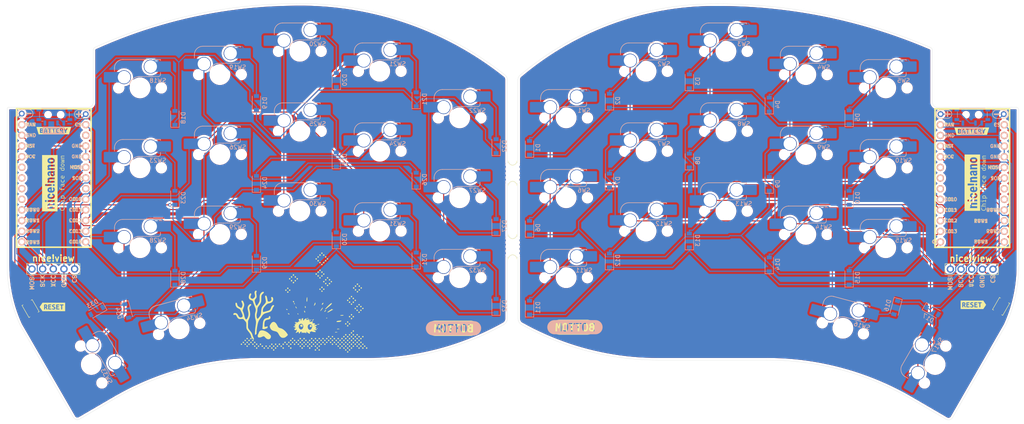
<source format=kicad_pcb>
(kicad_pcb (version 20211014) (generator pcbnew)
  (title_block (title "Ursa - Urchin on Steroids") (rev "v.1.0"))
  (layers (0 "F.Cu" signal) (31 "B.Cu" signal) (34 "B.Paste" user) (35 "F.Paste" user) (36 "B.SilkS" user "B.Silkscreen") (37 "F.SilkS" user "F.Silkscreen") (38 "B.Mask" user) (39 "F.Mask" user) (44 "Edge.Cuts" user))
  (net 0 "")
  (net 1 "ROW0")
  (net 2 "Net-(D1-Pad2)")
  (net 3 "Net-(D2-Pad2)")
  (net 4 "Net-(D3-Pad2)")
  (net 5 "Net-(D4-Pad2)")
  (net 6 "Net-(D5-Pad2)")
  (net 7 "ROW1")
  (net 8 "Net-(D6-Pad2)")
  (net 9 "Net-(D7-Pad2)")
  (net 10 "Net-(D8-Pad2)")
  (net 11 "Net-(D9-Pad2)")
  (net 12 "Net-(D10-Pad2)")
  (net 13 "ROW2")
  (net 14 "Net-(D11-Pad2)")
  (net 15 "Net-(D12-Pad2)")
  (net 16 "Net-(D13-Pad2)")
  (net 17 "Net-(D14-Pad2)")
  (net 18 "Net-(D15-Pad2)")
  (net 19 "ROW3")
  (net 20 "Net-(D16-Pad2)")
  (net 21 "Net-(D17-Pad2)")
  (net 22 "Net-(D18-Pad2)")
  (net 23 "Net-(D19-Pad2)")
  (net 24 "Net-(D20-Pad2)")
  (net 25 "Net-(D21-Pad2)")
  (net 26 "Net-(D22-Pad2)")
  (net 27 "Net-(D23-Pad2)")
  (net 28 "Net-(D24-Pad2)")
  (net 29 "Net-(D25-Pad2)")
  (net 30 "Net-(D26-Pad2)")
  (net 31 "Net-(D27-Pad2)")
  (net 32 "Net-(D28-Pad2)")
  (net 33 "Net-(D29-Pad2)")
  (net 34 "Net-(D30-Pad2)")
  (net 35 "Net-(D31-Pad2)")
  (net 36 "Net-(D32-Pad2)")
  (net 37 "Net-(D33-Pad2)")
  (net 38 "Net-(D34-Pad2)")
  (net 39 "COL0")
  (net 40 "COL1")
  (net 41 "COL2")
  (net 42 "COL3")
  (net 43 "COL4")
  (net 44 "NVCS")
  (net 46 "GND")
  (net 47 "MOSI")
  (net 48 "SCK")
  (net 53 "+3V3")
  (net 54 "BT+")
  (net 61 "R_MOSI")
  (net 62 "R_SCK")
  (net 63 "R_3V3")
  (net 64 "R_GND")
  (net 65 "R_NVCS")
  (net 66 "R_ROW0")
  (net 67 "R_ROW1")
  (net 68 "R_ROW2")
  (net 69 "R_ROW3")
  (net 70 "R_COL0")
  (net 71 "R_COL1")
  (net 72 "R_COL2")
  (net 73 "R_COL3")
  (net 74 "R_COL4")
  (net 76 "R_BT+")
  (net 78 "RAW")
  (net 80 "R_RAW")
  (net 81 "RESET")
  (net 82 "R_RESET")
  (footprint "* duckyb-collection:1pin_Battery" (layer "F.Cu") (at 30.5355 72.009)
    (fp_text reference "BatGND1" hide)
    (fp_text value "MountingHole_Pad" hide)
  )
  (footprint "* duckyb-collection:1pin_Battery" (layer "F.Cu") (at 249.6105 72.136)
    (fp_text reference "Bat+0" hide)
    (fp_text value "MountingHole_Pad" hide)
  )
  (footprint "extra:mouse-bite-2mm-slot-with-space-for-track" (layer "F.Cu") (at 147.574 103.759)
    (fp_text reference "H2" hide)
    (fp_text value "MouserBite" hide)
  )
  (footprint "LOGO" (layer "F.Cu") (at 96.917169 116.929113)
    (fp_text reference "1-G***" hide)
    (fp_text value "LOGO" hide)
  )
  (footprint "* duckyb-collection:nice_view" (layer "F.Cu") (at 257.0282 92.6227)
    (fp_text reference "Display1")
    (fp_text value "nice!view" hide)
  )
  (footprint "* duckyb-collection:SW_RESET" (layer "F.Cu") (at 264.033 117.983 60)
    (fp_text reference "RSW0" hide)
    (fp_text value "SW_Push")
  )
  (footprint "kibuzzard-63658823" (layer "F.Cu") (at 133.35 123.19)
    (fp_text reference "11-kibuzzard-63658823" hide)
    (fp_text value "G***" hide)
  )
  (footprint "kibuzzard-636588C8" (layer "F.Cu") (at 259.969 88.608113 90)
    (fp_text reference "kibuzzard-636588C8" hide)
    (fp_text value "G***" hide)
  )
  (footprint "extra:mouse-bite-2mm-slot-with-space-for-track" (layer "F.Cu") (at 147.574 86.233)
    (fp_text reference "H1" hide)
    (fp_text value "Mouser Bite" hide)
  )
  (footprint "kibuzzard-63658830" (layer "F.Cu") (at 162.052 122.936)
    (fp_text reference "kibuzzard-63658830" hide)
    (fp_text value "G***" hide)
  )
  (footprint "kibuzzard-6365884B" (layer "F.Cu") (at 257.175 88.481113 90)
    (fp_text reference "kibuzzard-6365884B" hide)
    (fp_text value "G***" hide)
  )
  (footprint "kibuzzard-63659477" (layer "F.Cu") (at 257.429 117.602)
    (fp_text reference "kibuzzard-63659477" hide)
    (fp_text value "G***" hide)
  )
  (footprint "kibuzzard-636588C8" (layer "F.Cu") (at 40.275169 88.608113 90)
    (fp_text reference "4-kibuzzard-636588C8" hide)
    (fp_text value "G***" hide)
  )
  (footprint "kibuzzard-63658865" (layer "F.Cu") (at 37.227169 88.608113 90)
    (fp_text reference "3-kibuzzard-63658865" hide)
    (fp_text value "G***" hide)
  )
  (footprint "kibuzzard-63659296" (layer "F.Cu") (at 257.048 76.2)
    (fp_text reference "kibuzzard-63659296" hide)
    (fp_text value "G***" hide)
  )
  (footprint "* duckyb-collection:nice_view" (layer "F.Cu") (at 38.0597 92.5799)
    (fp_text reference "Display2")
    (fp_text value "nice!view" hide)
  )
  (footprint "kibuzzard-63659465" (layer "F.Cu") (at 37.846 118.11)
    (fp_text reference "13-kibuzzard-63659465" hide)
    (fp_text value "G***" hide)
  )
  (footprint "* duckyb-collection:1pin_Battery" (layer "F.Cu") (at 45.7915 72.136 180)
    (fp_text reference "Bat+1" hide)
    (fp_text value "MountingHole_Pad" hide)
  )
  (footprint "LOGO" (layer "F.Cu") (at 96.917169 116.929113)
    (fp_text reference "logo-3-G***" hide)
    (fp_text value "LOGO" hide)
  )
  (footprint "kibuzzard-636592CC" (layer "F.Cu") (at 38.183391 76.073)
    (fp_text reference "1-kibuzzard-636592CC" hide)
    (fp_text value "G***" hide)
  )
  (footprint "* duckyb-collection:1pin_Battery" (layer "F.Cu") (at 264.668 72.136 180)
    (fp_text reference "BatGND0" hide)
    (fp_text value "MountingHole_Pad" hide)
  )
  (footprint "* duckyb-collection:SW_RESET" (layer "F.Cu") (at 32.639 118.491 120)
    (fp_text reference "RSW1" hide)
    (fp_text value "SW_Push")
  )
  (footprint "LOGO" (layer "F.Cu") (at 96.926051 116.922732)
    (fp_text reference "3-G***" hide)
    (fp_text value "LOGO" hide)
  )
  (footprint "Diode_SMD:D_SOD-123" (layer "B.Cu") (at 86.487 69.469 90)
    (fp_text reference "D19")
    (fp_text value "diode")
  )
  (footprint "Diode_SMD:D_SOD-123" (layer "B.Cu") (at 124.587 68.58 90)
    (fp_text reference "D21")
    (fp_text value "diode")
  )
  (footprint "marbastlib-mx:SW_MX_HS_1u" (layer "B.Cu") (at 160.3375 92.075 180)
    (fp_text reference "SW6")
    (fp_text value "Kailh-Choc" hide)
  )
  (footprint "Diode_SMD:D_SOD-123" (layer "B.Cu") (at 124.587 87.757 90)
    (fp_text reference "D26")
    (fp_text value "diode")
  )
  (footprint "marbastlib-mx:SW_MX_HS_1u" (layer "B.Cu") (at 77.7875 62.7062 180)
    (fp_text reference "SW19")
    (fp_text value "Kailh-Choc" hide)
  )
  (footprint "marbastlib-mx:SW_MX_HS_1u" (layer "B.Cu") (at 179.3875 100.0125 180)
    (fp_text reference "SW12")
    (fp_text value "Kailh-Choc" hide)
  )
  (footprint "Diode_SMD:D_SOD-123" (layer "B.Cu") (at 48.4188 119.0625 -150)
    (fp_text reference "D33")
    (fp_text value "diode")
  )
  (footprint "marbastlib-mx:SW_MX_HS_1u" (layer "B.Cu") (at 134.9375 92.0719 180)
    (fp_text reference "SW27")
    (fp_text value "Kailh-Choc" hide)
  )
  (footprint "Diode_SMD:D_SOD-123" (layer "B.Cu") (at 227.8063 92.075 90)
    (fp_text reference "D10")
    (fp_text value "diode")
  )
  (footprint "marbastlib-mx:SW_MX_HS_1u" (layer "B.Cu") (at 96.8375 76.2 180)
    (fp_text reference "SW25")
    (fp_text value "Kailh-Choc" hide)
  )
  (footprint "Diode_SMD:D_SOD-123" (layer "B.Cu") (at 86.487 88.519 90)
    (fp_text reference "D24")
    (fp_text value "diode")
  )
  (footprint "Diode_SMD:D_SOD-123" (layer "B.Cu") (at 67.056 92.075 90)
    (fp_text reference "D23")
    (fp_text value "diode")
  )
  (footprint "Diode_SMD:D_SOD-123" (layer "B.Cu") (at 67.056 73.025 90)
    (fp_text reference "D18")
    (fp_text value "diode")
  )
  (footprint "marbastlib-various:SW_MSK12C02-HB" (layer "B.Cu") (at 38.3194 72.2759 180)
    (fp_text reference "SW_POWER1" hide)
    (fp_text value "SW_SPDT")
  )
  (footprint "Diode_SMD:D_SOD-123" (layer "B.Cu") (at 151.6063 80.1687 90)
    (fp_text reference "D1")
    (fp_text value "diode")
  )
  (footprint "kibuzzard-6361375E" (layer "B.Cu") (at 162.433 122.936 180)
    (fp_text reference "kibuzzard-6361375E" hide)
    (fp_text value "G***" hide)
  )
  (footprint "Diode_SMD:D_SOD-123" (layer "B.Cu") (at 227.8063 72.8812 90)
    (fp_text reference "D5")
    (fp_text value "diode")
  )
  (footprint "marbastlib-mx:SW_MX_HS_1u" (layer "B.Cu") (at 77.7875 81.7562 180)
    (fp_text reference "SW26")
    (fp_text value "Kailh-Choc" hide)
  )
  (footprint "marbastlib-mx:SW_MX_HS_1u" (layer "B.Cu") (at 236.5375 84.9312 180)
    (fp_text reference "SW10")
    (fp_text value "Kailh-Choc" hide)
  )
  (footprint "marbastlib-mx:SW_MX_HS_1u" (layer "B.Cu") (at 217.4875 100.8062 180)
    (fp_text reference "SW14")
    (fp_text value "Kailh-Choc" hide)
  )
  (footprint "marbastlib-mx:SW_MX_HS_1u" (layer "B.Cu") (at 134.9375 73.025 180)
    (fp_text reference "SW22")
    (fp_text value "Kailh-Choc" hide)
  )
  (footprint "marbastlib-mx:SW_MX_HS_1u" (layer "B.Cu") (at 115.8875 100.0125 180)
    (fp_text reference "SW31")
    (fp_text value "Kailh-Choc" hide)
  )
  (footprint "marbastlib-mx:SW_MX_HS_1u" (layer "B.Cu") (at 134.9375 111.125 180)
    (fp_text reference "SW32")
    (fp_text value "Kailh-Choc" hide)
  )
  (footprint "kibuzzard-6365951E" (layer "B.Cu") (at 257.048 76.2 180)
    (fp_text reference "kibuzzard-6365951E" hide)
    (fp_text value "G***" hide)
  )
  (footprint "Diode_SMD:D_SOD-123" (layer "B.Cu") (at 227.8063 111.125 90)
    (fp_text reference "D15")
    (fp_text value "diode")
  )
  (footprint "Diode_SMD:D_SOD-123" (layer "B.Cu") (at 208.7563 88.7562 90)
    (fp_text reference "D9")
    (fp_text value "diode")
  )
  (footprint "Diode_SMD:D_SOD-123" (layer "B.Cu") (at 105.537 82.931 90)
    (fp_text reference "D25")
    (fp_text value "diode")
  )
  (footprint "marbastlib-mx:SW_MX_HS_1u" (layer "B.Cu") (at 96.8375 57.15 180)
    (fp_text reference "SW20")
    (fp_text value "Kailh-Choc" hide)
  )
  (footprint "marbastlib-mx:SW_MX_HS_1u" (layer "B.Cu") (at 58.7375 84.9312 180)
    (fp_text reference "SW23")
    (fp_text value "Kailh-Choc" hide)
  )
  (footprint "Diode_SMD:D_SOD-123" (layer "B.Cu") (at 143.637 79.756 90)
    (fp_text reference "D22")
    (fp_text value "diode")
  )
  (footprint "marbastlib-mx:SW_MX_HS_1u" (layer "B.Cu") (at 179.3875 80.9625 180)
    (fp_text reference "SW7")
    (fp_text value "Kailh-Choc" hide)
  )
  (footprint "marbastlib-mx:SW_MX_HS_1u" (layer "B.Cu") (at 248.303 131.826 -120)
    (fp_text reference "SW17")
    (fp_text value "Kailh-Choc" hide)
  )
  (footprint "Diode_SMD:D_SOD-123" (layer "B.Cu") (at 208.7563 69.85 90)
    (fp_text reference "D4")
    (fp_text value "diode")
  )
  (footprint "marbastlib-mx:SW_MX_HS_1u" (layer "B.Cu") (at 68.072 123.317 -165)
    (fp_text reference "SW34")
    (fp_text value "Kailh-Choc" hide)
  )
  (footprint "marbastlib-mx:SW_MX_HS_1u" (layer "B.Cu") (at 198.4375 76.2 180)
    (fp_text reference "SW8")
    (fp_text value "Kailh-Choc" hide)
  )
  (footprint "Diode_SMD:D_SOD-123" (layer "B.Cu") (at 143.637 98.806 90)
    (fp_text reference "D27")
    (fp_text value "diode")
  )
  (footprint "marbastlib-mx:SW_MX_HS_1u" (layer "B.Cu") (at 58.7375 65.8812 180)
    (fp_text reference "SW18")
    (fp_text value "Kailh-Choc" hide)
  )
  (footprint "Diode_SMD:D_SOD-123" (layer "B.Cu") (at 143.637 117.856 90)
    (fp_text reference "D32")
    (fp_text value "diode")
  )
  (footprint "marbastlib-mx:SW_MX_HS_1u" (layer "B.Cu") (at 198.4375 95.25 180)
    (fp_text reference "SW13")
    (fp_text value "Kailh-Choc" hide)
  )
  (footprint "marbastlib-mx:SW_MX_HS_1u" (layer "B.Cu") (at 236.5375 103.9812 180)
    (fp_text reference "SW15")
    (fp_text value "Kailh-Choc" hide)
  )
  (footprint "Diode_SMD:D_SOD-123" (layer "B.Cu") (at 247.65 119.0625 -30)
    (fp_text reference "D17")
    (fp_text value "diode")
  )
  (footprint "Diode_SMD:D_SOD-123" (layer "B.Cu") (at 151.6063 118.2687 90)
    (fp_text reference "D11")
    (fp_text value "diode")
  )
  (footprint "kibuzzard-6361375E" (layer "B.Cu") (at 133.477 123.19 180)
    (fp_text reference "12-kibuzzard-6361375E" hide)
    (fp_text value "G***" hide)
  )
  (footprint "Diode_SMD:D_SOD-123" (layer "B.Cu") (at 86.487 107.569 90)
    (fp_text reference "D29")
    (fp_text value "diode")
  )
  (footprint "* duckyb-collection:nice_nano" (layer "B.Cu") (at 38.1834 88.6235 -90)
    (fp_text reference "U2" hide)
    (fp_text value "nice_nano" hide)
  )
  (footprint "Diode_SMD:D_SOD-123" (layer "B.Cu") (at 170.6563 68.9125 90)
    (fp_text reference "D2")
    (fp_text value "diode")
  )
  (footprint "Diode_SMD:D_SOD-123" (layer "B.Cu") (at 189.7063 83.2 90)
    (fp_text reference "D8")
    (fp_text value "diode")
  )
  (footprint "kibuzzard-6365950B" (layer "B.Cu") (at 38.116169 76.035113 180)
    (fp_text reference "2-kibuzzard-6365950B" hide)
    (fp_text value "G***" hide)
  )
  (footprint "Diode_SMD:D_SOD-123" (layer "B.Cu") (at 238.9188 118.2687 -105)
    (fp_text reference "D16")
    (fp_text value "diode")
  )
  (footprint "Diode_SMD:D_SOD-123" (layer "B.Cu") (at 55.5625 119.0625 -75)
    (fp_text reference "D34")
    (fp_text value "diode")
  )
  (footprint "marbastlib-mx:SW_MX_HS_1u" (layer "B.Cu") (at 77.7875 100.8062 180)
    (fp_text reference "SW29")
    (fp_text value "Kailh-Choc" hide)
  )
  (footprint "Diode_SMD:D_SOD-123" (layer "B.Cu") (at 105.537 64.008 90)
    (fp_text reference "D20")
    (fp_text value "diode")
  )
  (footprint "marbastlib-mx:SW_MX_HS_1u" (layer "B.Cu") (at 217.4875 81.7562 180)
    (fp_text reference "SW9")
    (fp_text value "Kailh-Choc" hide)
  )
  (footprint "marbastlib-mx:SW_MX_HS_1u" (layer "B.Cu") (at 236.5375 65.8812 180)
    (fp_text reference "SW5")
    (fp_text value "Kailh-Choc" hide)
  )
  (footprint "Diode_SMD:D_SOD-123" (layer "B.Cu") (at 189.7063 64.2937 90)
    (fp_text reference "D3")
    (fp_text value "diode")
  )
  (footprint "Diode_SMD:D_SOD-123" (layer "B.Cu") (at 208.7563 107.95 90)
    (fp_text reference "D14")
    (fp_text value "diode")
  )
  (footprint "Diode_SMD:D_SOD-123" (layer "B.Cu") (at 105.537 101.981 90)
    (fp_text reference "D30")
    (fp_text value "diode")
  )
  (footprint "Diode_SMD:D_SOD-123" (layer "B.Cu") (at 189.7063 102.25 90)
    (fp_text reference "D13")
    (fp_text value "diode")
  )
  (footprint "Diode_SMD:D_SOD-123" (layer "B.Cu") (at 170.6563 107.0125 90)
    (fp_text reference "D12")
    (fp_text value "diode")
  )
  (footprint "Diode_SMD:D_SOD-123" (layer "B.Cu") (at 67.056 111.125 90)
    (fp_text reference "D28")
    (fp_text value "diode")
  )
  (footprint "marbastlib-mx:SW_MX_HS_1u" (layer "B.Cu") (at 160.3375 111.125 180)
    (fp_text reference "SW11")
    (fp_text value "Kailh-Choc" hide)
  )
  (footprint "Diode_SMD:D_SOD-123" (layer "B.Cu") (at 170.6563 87.9625 90)
    (fp_text reference "D7")
    (fp_text value "diode")
  )
  (footprint "marbastlib-mx:SW_MX_HS_1u" (layer "B.Cu") (at 115.8875 61.9125 180)
    (fp_text reference "SW21")
    (fp_text value "Kailh-Choc" hide)
  )
  (footprint "Diode_SMD:D_SOD-123" (layer "B.Cu") (at 124.587 106.807 90)
    (fp_text reference "D31")
    (fp_text value "diode")
  )
  (footprint "marbastlib-mx:SW_MX_HS_1u" (layer "B.Cu") (at 47.117 131.826 120)
    (fp_text reference "SW33")
    (fp_text value "Kailh-Choc" hide)
  )
  (footprint "marbastlib-mx:SW_MX_HS_1u" (layer "B.Cu") (at 115.8875 80.9625 180)
    (fp_text reference "SW24")
    (fp_text value "Kailh-Choc" hide)
  )
  (footprint "marbastlib-mx:SW_MX_HS_1u" (layer "B.Cu") (at 217.4875 62.7062 180)
    (fp_text reference "SW4")
    (fp_text value "Kailh-Choc" hide)
  )
  (footprint "marbastlib-mx:SW_MX_HS_1u" (layer "B.Cu") (at 179.3875 61.9125 180)
    (fp_text reference "SW2")
    (fp_text value "Kailh-Choc" hide)
  )
  (footprint "marbastlib-mx:SW_MX_HS_1u" (layer "B.Cu") (at 96.8375 95.25 180)
    (fp_text reference "SW30")
    (fp_text value "Kailh-Choc" hide)
  )
  (footprint "marbastlib-various:SW_MSK12C02-HB" (layer "B.Cu") (at 257.175 72.2759 180)
    (fp_text reference "SW_POWER0" hide)
    (fp_text value "SW_SPDT")
  )
  (footprint "marbastlib-mx:SW_MX_HS_1u" (layer "B.Cu") (at 226.314 123.19 165)
    (fp_text reference "SW16")
    (fp_text value "Kailh-Choc" hide)
  )
  (footprint "marbastlib-mx:SW_MX_HS_1u" (layer "B.Cu") (at 198.4375 57.15 180)
    (fp_text reference "SW3")
    (fp_text value "Kailh-Choc" hide)
  )
  (footprint "Diode_SMD:D_SOD-123" (layer "B.Cu") (at 151.6063 99.2187 90)
    (fp_text reference "D6")
    (fp_text value "diode")
  )
  (footprint "marbastlib-mx:SW_MX_HS_1u" (layer "B.Cu") (at 58.7375 103.9812 180)
    (fp_text reference "SW28")
    (fp_text value "Kailh-Choc" hide)
  )
  (footprint "* duckyb-collection:nice_nano" (layer "B.Cu") (at 257.175 88.6553 -90)
    (fp_text reference "U1" hide)
    (fp_text value "nice_nano" hide)
  )
  (footprint "marbastlib-mx:SW_MX_HS_1u" (layer "B.Cu") (at 160.3375 73.025 180)
    (fp_text reference "SW1")
    (fp_text value "Kailh-Choc" hide)
  )
  (gr_arc (start 48.01359 56.201738) (mid 70.663302 48.63172) (end 94.377169 45.809113) (layer "Edge.Cuts") (width 0.05))
  (gr_line (start 148.844 83.693) (end 148.463 83.693) (layer "Edge.Cuts") (width 0.05))
  (gr_line (start 148.844 88.773) (end 148.844 101.219) (layer "Edge.Cuts") (width 0.05))
  (gr_line (start 249.047 70.542191) (end 267.589 70.485) (layer "Edge.Cuts") (width 0.05))
  (gr_line (start 146.304 83.680513) (end 146.685 83.680513) (layer "Edge.Cuts") (width 0.05))
  (gr_line (start 148.860169 106.299) (end 148.463 106.299) (layer "Edge.Cuts") (width 0.05))
  (gr_line (start 148.860169 106.299) (end 148.860169 120.866113) (layer "Edge.Cuts") (width 0.05))
  (gr_line (start 252.431036 144.572711) (end 265.176 122.428) (layer "Edge.Cuts") (width 0.05))
  (gr_line (start 146.304 63.881) (end 146.304 83.680513) (layer "Edge.Cuts") (width 0.05))
  (gr_arc (start 146.320169 120.866113) (mid 146.131261 121.669384) (end 145.558169 122.263113) (layer "Edge.Cuts") (width 0.05))
  (gr_arc (start 145.558169 122.263113) (mid 129.751355 128.625656) (end 112.847803 130.772113) (layer "Edge.Cuts") (width 0.05))
  (gr_arc (start 249.047 70.542191) (mid 248.101986 70.229033) (end 247.65 69.342) (layer "Edge.Cuts") (width 0.05))
  (gr_arc (start 182.332535 130.772113) (mid 165.428983 128.625656) (end 149.622169 122.263113) (layer "Edge.Cuts") (width 0.05))
  (gr_arc (start 148.463 101.219) (mid 147.574 101.808697) (end 146.685 101.219) (layer "Edge.Cuts") (width 0.05))
  (gr_line (start 146.304 101.219) (end 146.685 101.219) (layer "Edge.Cuts") (width 0.05))
  (gr_line (start 53.18125 139.7) (end 44.45 144.78) (layer "Edge.Cuts") (width 0.05))
  (gr_line (start 47.573589 56.884499) (end 47.573589 69.469) (layer "Edge.Cuts") (width 0.05))
  (gr_line (start 146.320169 106.299) (end 146.685 106.299) (layer "Edge.Cuts") (width 0.05))
  (gr_arc (start 44.45 144.78) (mid 43.587846 144.96327) (end 42.8625 144.4625) (layer "Edge.Cuts") (width 0.05))
  (gr_arc (start 208.338331 130.772113) (mid 225.746285 133.058428) (end 241.999088 139.7) (layer "Edge.Cuts") (width 0.05))
  (gr_arc (start 94.377169 45.809113) (mid 121.522294 49.731191) (end 145.669 62.738) (layer "Edge.Cuts") (width 0.05))
  (gr_arc (start 148.844 63.881) (mid 149.013525 63.227292) (end 149.479 62.738) (layer "Edge.Cuts") (width 0.05))
  (gr_line (start 30.115169 122.390113) (end 42.8625 144.4625) (layer "Edge.Cuts") (width 0.05))
  (gr_arc (start 53.18125 139.7) (mid 69.434053 133.058427) (end 86.842007 130.772113) (layer "Edge.Cuts") (width 0.05))
  (gr_arc (start 268.224127 108.204) (mid 267.463727 115.479649) (end 265.176 122.428) (layer "Edge.Cuts") (width 0.05))
  (gr_line (start 146.304 88.773) (end 146.304 101.219) (layer "Edge.Cuts") (width 0.05))
  (gr_arc (start 247.202529 56.238357) (mid 247.519093 56.504023) (end 247.65 56.896) (layer "Edge.Cuts") (width 0.05))
  (gr_arc (start 145.669 62.738) (mid 146.134475 63.227292) (end 146.304 63.881) (layer "Edge.Cuts") (width 0.05))
  (gr_arc (start 30.115169 122.390113) (mid 27.83078 115.472253) (end 27.067169 108.227109) (layer "Edge.Cuts") (width 0.05))
  (gr_line (start 146.304 88.773) (end 146.685 88.773) (layer "Edge.Cuts") (width 0.05))
  (gr_line (start 27.067169 108.227109) (end 27.051 70.866) (layer "Edge.Cuts") (width 0.05))
  (gr_line (start 148.844 101.219) (end 148.463 101.219) (layer "Edge.Cuts") (width 0.05))
  (gr_line (start 148.844 63.881) (end 148.844 83.693) (layer "Edge.Cuts") (width 0.05))
  (gr_arc (start 47.573589 56.884499) (mid 47.693177 56.478417) (end 48.01359 56.201738) (layer "Edge.Cuts") (width 0.05))
  (gr_arc (start 149.622169 122.263113) (mid 149.049068 121.669395) (end 148.860169 120.866113) (layer "Edge.Cuts") (width 0.05))
  (gr_arc (start 149.479 62.738) (mid 171.224146 50.176089) (end 195.961 45.847) (layer "Edge.Cuts") (width 0.05))
  (gr_arc (start 146.685 106.299) (mid 147.574 105.705003) (end 148.463 106.299) (layer "Edge.Cuts") (width 0.05))
  (gr_line (start 112.847803 130.772113) (end 86.842007 130.772113) (layer "Edge.Cuts") (width 0.05))
  (gr_line (start 27.432 70.485) (end 46.228 70.485) (layer "Edge.Cuts") (width 0.05))
  (gr_arc (start 195.961 45.847) (mid 222.113777 48.419233) (end 247.202529 56.238357) (layer "Edge.Cuts") (width 0.05))
  (gr_line (start 208.338331 130.772113) (end 182.332535 130.772113) (layer "Edge.Cuts") (width 0.05))
  (gr_line (start 268.223874 70.993) (end 268.224127 108.204) (layer "Edge.Cuts") (width 0.05))
  (gr_line (start 250.730338 144.78) (end 241.999088 139.7) (layer "Edge.Cuts") (width 0.05))
  (gr_arc (start 267.589 70.485) (mid 268.011647 70.607513) (end 268.223874 70.993) (layer "Edge.Cuts") (width 0.05))
  (gr_arc (start 146.685 88.773) (mid 147.574 88.184548) (end 148.463 88.773) (layer "Edge.Cuts") (width 0.05))
  (gr_arc (start 252.431036 144.572711) (mid 251.625346 145.042759) (end 250.730338 144.78) (layer "Edge.Cuts") (width 0.05))
  (gr_line (start 146.320169 120.866113) (end 146.320169 106.299) (layer "Edge.Cuts") (width 0.05))
  (gr_arc (start 27.051 70.866) (mid 27.162592 70.596592) (end 27.432 70.485) (layer "Edge.Cuts") (width 0.05))
  (gr_arc (start 148.463 83.693) (mid 147.569848 84.277833) (end 146.685 83.680513) (layer "Edge.Cuts") (width 0.05))
  (gr_arc (start 47.573589 69.469) (mid 47.109483 70.253367) (end 46.228 70.485) (layer "Edge.Cuts") (width 0.05))
  (gr_line (start 148.844 88.773) (end 148.463 88.773) (layer "Edge.Cuts") (width 0.05))
  (gr_line (start 247.65 69.342) (end 247.65 56.896) (layer "Edge.Cuts") (width 0.05))
  (gr_text "VCC" (at 256.794 110.402678 -90) (layer "B.SilkS") (effects (font (size 1 1)) (justify right mirror)))
  (gr_text "ROW3" (at 259.221095 102.573989) (layer "B.SilkS") (effects (font (size 0.8 0.8)) (justify mirror)))
  (gr_text "MOSI" (at 32.909169 110.325113 -90) (layer "B.SilkS") (effects (font (size 1 1)) (justify right mirror)))
  (gr_text "VCC" (at 38.059665 110.359863 -90) (layer "B.SilkS") (effects (font (size 1 1)) (justify right mirror)))
  (gr_text "COL4" (at 249.063169 102.578113) (layer "B.SilkS") (effects (font (size 0.8 0.8)) (justify mirror)))
  (gr_text "COL2" (at 43.323169 97.498113) (layer "B.SilkS") (effects (font (size 0.8 0.8)) (justify mirror)))
  (gr_text "CS" (at 43.069169 110.325113 -90) (layer "B.SilkS") (effects (font (size 1 1)) (justify right mirror)))
  (gr_text "GND" (at 259.461 110.452113 -90) (layer "B.SilkS") (effects (font (size 1 1)) (justify right mirror)))
  (gr_text "SCK" (at 254.381 110.452113 -90) (layer "B.SilkS") (effects (font (size 1 1)) (justify right mirror)))
  (gr_text "GND" (at 40.529169 110.325113 -90) (layer "B.SilkS") (effects (font (size 1 1)) (justify right mirror)))
  (gr_text "MOSI" (at 251.841 110.452113 -90) (layer "B.SilkS") (effects (font (size 1 1)) (justify right mirror)))
  (gr_text "CS" (at 262.001 110.325113 -90) (layer "B.SilkS") (effects (font (size 1 1)) (justify right mirror)))
  (gr_text "SCK" (at 35.449169 110.325113 -90) (layer "B.SilkS") (effects (font (size 1 1)) (justify right mirror)))
  (gr_text "ROW1" (at 259.223169 97.625113) (layer "B.SilkS") (effects (font (size 0.8 0.8)) (justify mirror)))
  (gr_text "ROW3" (at 33.163169 102.705113) (layer "B.SilkS") (effects (font (size 0.8 0.8)) (justify mirror)))
  (gr_text "COL4" (at 43.323169 102.578113) (layer "B.SilkS") (effects (font (size 0.8 0.8)) (justify mirror)))
  (gr_text "ROW3" (at 259.223169 102.578113) (layer "F.SilkS") (effects (font (size 0.8 0.8))))
  (gr_text "COL4" (at 43.323169 102.578113) (layer "F.SilkS") (effects (font (size 0.8 0.8))))
  (gr_text "COL4" (at 249.063169 102.578113) (layer "F.SilkS") (effects (font (size 0.8 0.8))))
  (gr_text "nice!view" (at 38.065369 106.515113) (layer "F.SilkS") (effects (font (size 1.5 1.5) (thickness 0.3))))
  (gr_text "ROW3" (at 33.163169 102.705113) (layer "F.SilkS") (effects (font (size 0.8 0.8))))
  (gr_text "nice!view" (at 256.794 106.565913) (layer "F.SilkS") (effects (font (size 1.5 1.5) (thickness 0.3))))
  (gr_text "ROW1" (at 259.223169 97.625113) (layer "F.SilkS") (effects (font (size 0.8 0.8))))
  (gr_text "COL2" (at 43.323169 97.498113) (layer "F.SilkS") (effects (font (size 0.8 0.8))))
  (segment (start 160.1754 81.8187) (end 151.6063 81.8187) (width 0.25) (layer "B.Cu") (net 1))
  (segment (start 170.6563 70.5625) (end 170.6563 71.3378) (width 0.25) (layer "B.Cu") (net 1))
  (segment (start 204.7506 66.719) (end 189.7063 66.719) (width 0.25) (layer "B.Cu") (net 1))
  (segment (start 208.7563 71.5) (end 208.7563 70.7247) (width 0.25) (layer "B.Cu") (net 1))
  (segment (start 265.2313 83.5753) (end 256.2765 83.5753) (width 0.25) (layer "B.Cu") (net 1))
  (segment (start 256.2765 83.5753) (end 251.1965 78.4953) (width 0.25) (layer "B.Cu") (net 1))
  (segment (start 227.8063 74.5312) (end 211.0122 74.5312) (width 0.25) (layer "B.Cu") (net 1))
  (segment (start 264.795 95.0053) (end 266.0039 93.7964) (width 0.25) (layer "B.Cu") (net 1))
  (segment (start 189.7063 65.9437) (end 189.7063 66.3313) (width 0.25) (layer "B.Cu") (net 1))
  (segment (start 208.7563 71.5) (end 208.7563 72.2753) (width 0.25) (layer "B.Cu") (net 1))
  (segment (start 189.7063 66.3313) (end 185.4751 70.5625) (width 0.25) (layer "B.Cu") (net 1))
  (segment (start 251.1965 78.4953) (end 248.0224 78.4953) (width 0.25) (layer "B.Cu") (net 1))
  (segment (start 248.0224 78.4953) (end 244.0583 74.5312) (width 0.25) (layer "B.Cu") (net 1))
  (segment (start 266.0039 93.7964) (end 266.0039 84.3479) (width 0.25) (layer "B.Cu") (net 1))
  (segment (start 189.7063 66.3313) (end 189.7063 66.719) (width 0.25) (layer "B.Cu") (net 1))
  (segment (start 185.4751 70.5625) (end 170.6563 70.5625) (width 0.25) (layer "B.Cu") (net 1))
  (segment (start 244.0583 74.5312) (end 227.8063 74.5312) (width 0.25) (layer "B.Cu") (net 1))
  (segment (start 266.0039 84.3479) (end 265.2313 83.5753) (width 0.25) (layer "B.Cu") (net 1))
  (segment (start 170.6563 71.3378) (end 160.1754 81.8187) (width 0.25) (layer "B.Cu") (net 1))
  (segment (start 211.0122 74.5312) (end 208.7563 72.2753) (width 0.25) (layer "B.Cu") (net 1))
  (segment (start 208.7563 70.7247) (end 204.7506 66.719) (width 0.25) (layer "B.Cu") (net 1))
  (segment (start 162.8775 67.1573) (end 163.6651 66.3697) (width 0.25) (layer "B.Cu") (net 2))
  (segment (start 166.4275 67.1573) (end 165.6399 66.3697) (width 0.25) (layer "B.Cu") (net 2))
  (segment (start 152.2686 77.7434) (end 151.6063 77.7434) (width 0.25) (layer "B.Cu") (net 2))
  (segment (start 166.4275 67.945) (end 166.4275 67.1573) (width 0.25) (layer "B.Cu") (net 2))
  (segment (start 151.6063 78.5187) (end 151.6063 77.7434) (width 0.25) (layer "B.Cu") (net 2))
  (segment (start 164.6775 67.945) (end 164.6775 66.3697) (width 0.25) (layer "B.Cu") (net 2))
  (segment (start 162.8775 67.945) (end 162.067 67.945) (width 0.25) (layer "B.Cu") (net 2))
  (segment (start 165.6399 66.3697) (end 164.6775 66.3697) (width 0.25) (layer "B.Cu") (net 2))
  (segment (start 162.8775 67.945) (end 162.8775 67.1573) (width 0.25) (layer "B.Cu") (net 2))
  (segment (start 163.6651 66.3697) (end 164.6775 66.3697) (width 0.25) (layer "B.Cu") (net 2))
  (segment (start 162.067 67.945) (end 152.2686 77.7434) (width 0.25) (layer "B.Cu") (net 2))
  (segment (start 183.7275 56.8324) (end 181.9276 56.8324) (width 0.25) (layer "B.Cu") (net 3))
  (segment (start 185.4774 56.8324) (end 185.4775 56.8325) (width 0.25) (layer "B.Cu") (net 3))
  (segment (start 181.9276 56.8324) (end 181.9275 56.8325) (width 0.25) (layer "B.Cu") (net 3))
  (segment (start 171.4316 66.4872) (end 170.6563 66.4872) (width 0.25) (layer "B.Cu") (net 3))
  (segment (start 170.6563 67.2625) (end 170.6563 66.4872) (width 0.25) (layer "B.Cu") (net 3))
  (segment (start 181.9275 56.8325) (end 181.0863 56.8325) (width 0.25) (layer "B.Cu") (net 3))
  (segment (start 181.0863 56.8325) (end 171.4316 66.4872) (width 0.25) (layer "B.Cu") (net 3))
  (segment (start 183.7275 56.8325) (end 183.7275 56.8324) (width 0.25) (layer "B.Cu") (net 3))
  (segment (start 183.7275 56.8324) (end 185.4774 56.8324) (width 0.25) (layer "B.Cu") (net 3))
  (segment (start 200.9775 52.07) (end 200.167 52.07) (width 0.25) (layer "B.Cu") (net 4))
  (segment (start 189.7063 62.6437) (end 189.7063 61.8684) (width 0.25) (layer "B.Cu") (net 4))
  (segment (start 201.7651 50.4947) (end 202.7775 50.4947) (width 0.25) (layer "B.Cu") (net 4))
  (segment (start 200.167 52.07) (end 190.3686 61.8684) (width 0.25) (layer "B.Cu") (net 4))
  (segment (start 204.5275 52.07) (end 204.5275 51.2823) (width 0.25) (layer "B.Cu") (net 4))
  (segment (start 190.3686 61.8684) (end 189.7063 61.8684) (width 0.25) (layer "B.Cu") (net 4))
  (segment (start 200.9775 51.2823) (end 201.7651 50.4947) (width 0.25) (layer "B.Cu") (net 4))
  (segment (start 203.7399 50.4947) (end 202.7775 50.4947) (width 0.25) (layer "B.Cu") (net 4))
  (segment (start 204.5275 51.2823) (end 203.7399 50.4947) (width 0.25) (layer "B.Cu") (net 4))
  (segment (start 200.9775 52.07) (end 200.9775 51.2823) (width 0.25) (layer "B.Cu") (net 4))
  (segment (start 202.7775 52.07) (end 202.7775 50.4947) (width 0.25) (layer "B.Cu") (net 4))
  (segment (start 208.7563 68.2) (end 208.7563 67.4247) (width 0.25) (layer "B.Cu") (net 5))
  (segment (start 221.8275 56.8385) (end 222.7898 56.8385) (width 0.25) (layer "B.Cu") (net 5))
  (segment (start 221.8275 57.6262) (end 221.8275 56.8385) (width 0.25) (layer "B.Cu") (net 5))
  (segment (start 220.0275 56.8385) (end 220.8151 56.0509) (width 0.25) (layer "B.Cu") (net 5))
  (segment (start 220.0275 57.6262) (end 220.0275 56.8385) (width 0.25) (layer "B.Cu") (net 5))
  (segment (start 219.217 57.6262) (end 209.4185 67.4247) (width 0.25) (layer "B.Cu") (net 5))
  (segment (start 220.8151 56.0509) (end 221.8275 56.0509) (width 0.25) (layer "B.Cu") (net 5))
  (segment (start 220.0275 57.6262) (end 219.217 57.6262) (width 0.25) (layer "B.Cu") (net 5))
  (segment (start 222.7898 56.8385) (end 223.5775 57.6262) (width 0.25) (layer "B.Cu") (net 5))
  (segment (start 209.4185 67.4247) (end 208.7563 67.4247) (width 0.25) (layer "B.Cu") (net 5))
  (segment (start 221.8275 56.8385) (end 221.8275 56.0509) (width 0.25) (layer "B.Cu") (net 5))
  (segment (start 239.0775 60.0135) (end 239.8651 59.2259) (width 0.25) (layer "B.Cu") (net 6))
  (segment (start 242.6275 60.0135) (end 242.6275 60.8012) (width 0.25) (layer "B.Cu") (net 6))
  (segment (start 239.0775 60.8012) (end 239.0775 60.0135) (width 0.25) (layer "B.Cu") (net 6))
  (segment (start 240.8775 60.8012) (end 240.8775 59.2259) (width 0.25) (layer "B.Cu") (net 6))
  (segment (start 241.8399 59.2259) (end 242.6275 60.0135) (width 0.25) (layer "B.Cu") (net 6))
  (segment (start 227.8063 71.2312) (end 227.8063 70.4559) (width 0.25) (layer "B.Cu") (net 6))
  (segment (start 239.8651 59.2259) (end 240.8775 59.2259) (width 0.25) (layer "B.Cu") (net 6))
  (segment (start 239.0775 60.8012) (end 238.2363 60.8012) (width 0.25) (layer "B.Cu") (net 6))
  (segment (start 240.8775 59.2259) (end 241.8399 59.2259) (width 0.25) (layer "B.Cu") (net 6))
  (segment (start 228.5816 70.4559) (end 227.8063 70.4559) (width 0.25) (layer "B.Cu") (net 6))
  (segment (start 238.2363 60.8012) (end 228.5816 70.4559) (width 0.25) (layer "B.Cu") (net 6))
  (segment (start 241.0521 110.2504) (end 211.1932 110.2504) (width 0.25) (layer "B.Cu") (net 7))
  (segment (start 245.4795 98.8648) (end 245.4795 105.823) (width 0.25) (layer "B.Cu") (net 7))
  (segment (start 202.0598 101.117) (end 208.7563 94.4205) (width 0.25) (layer "B.Cu") (net 7))
  (segment (start 183.9928 106.1379) (end 188.7531 101.3776) (width 0.25) (layer "B.Cu") (net 7))
  (segment (start 227.8063 93.725) (end 240.3397 93.725) (width 0.25) (layer "B.Cu") (net 7))
  (segment (start 211.1932 110.2504) (end 202.0598 101.117) (width 0.25) (layer "B.Cu") (net 7))
  (segment (start 170.6563 89.6125) (end 170.6563 90.3878) (width 0.25) (layer "B.Cu") (net 7))
  (segment (start 189.7063 84.85) (end 189.7063 85.6253) (width 0.25) (layer "B.Cu") (net 7))
  (segment (start 188.7531 101.3776) (end 199.1171 101.3776) (width 0.25) (layer "B.Cu") (net 7))
  (segment (start 252.4384 110.3136) (end 249.9701 110.3136) (width 0.25) (layer "B.Cu") (net 7))
  (segment (start 253.2182 109.5338) (end 252.4384 110.3136) (width 0.25) (layer "B.Cu") (net 7))
  (segment (start 161.9885 100.8687) (end 151.6063 100.8687) (width 0.25) (layer "B.Cu") (net 7))
  (segment (start 253.2182 108.636) (end 253.2182 109.5338) (width 0.25) (layer "B.Cu") (net 7))
  (segment (start 170.6563 90.3878) (end 163.3033 97.7408) (width 0.25) (layer "B.Cu") (net 7))
  (segment (start 188.7531 86.5785) (end 189.7063 85.6253) (width 0.25) (layer "B.Cu") (net 7))
  (segment (start 199.3777 101.117) (end 202.0598 101.117) (width 0.25) (layer "B.Cu") (net 7))
  (segment (start 199.1171 101.3776) (end 199.3777 101.117) (width 0.25) (layer "B.Cu") (net 7))
  (segment (start 163.3033 99.5539) (end 161.9885 100.8687) (width 0.25) (layer "B.Cu") (net 7))
  (segment (start 264.795 97.5453) (end 264.3089 97.5453) (width 0.25) (layer "B.Cu") (net 7))
  (segment (start 163.3033 99.5539) (end 169.8873 106.1379) (width 0.25) (layer "B.Cu") (net 7))
  (segment (start 249.9701 110.3136) (end 245.4795 105.823) (width 0.25) (layer "B.Cu") (net 7))
  (segment (start 188.7531 101.3776) (end 188.7531 86.5785) (width 0.25) (layer "B.Cu") (net 7))
  (segment (start 245.4795 105.823) (end 241.0521 110.2504) (width 0.25) (layer "B.Cu") (net 7))
  (segment (start 264.3089 97.5453) (end 253.2182 108.636) (width 0.25) (layer "B.Cu") (net 7))
  (segment (start 240.3397 93.725) (end 245.4795 98.8648) (width 0.25) (layer "B.Cu") (net 7))
  (segment (start 208.7563 94.4205) (end 208.7563 91.1815) (width 0.25) (layer "B.Cu") (net 7))
  (segment (start 169.8873 106.1379) (end 183.9928 106.1379) (width 0.25) (layer "B.Cu") (net 7))
  (segment (start 163.3033 97.7408) (end 163.3033 99.5539) (width 0.25) (layer "B.Cu") (net 7))
  (segment (start 208.7563 90.4062) (end 208.7563 91.1815) (width 0.25) (layer "B.Cu") (net 7))
  (segment (start 164.6775 86.2073) (end 163.6652 86.2073) (width 0.25) (layer "B.Cu") (net 8))
  (segment (start 162.1375 86.995) (end 162.8775 86.995) (width 0.25) (layer "B.Cu") (net 8))
  (segment (start 164.6775 86.995) (end 164.6775 86.6011) (width 0.25) (layer "B.Cu") (net 8))
  (segment (start 163.6652 86.2073) (end 162.8775 86.995) (width 0.25) (layer "B.Cu") (net 8))
  (segment (start 151.6063 97.5687) (end 151.6063 96.7934) (width 0.25) (layer "B.Cu") (net 8))
  (segment (start 164.6775 86.6011) (end 164.6775 86.2073) (width 0.25) (layer "B.Cu") (net 8))
  (segment (start 164.6775 86.6011) (end 166.0336 86.6011) (width 0.25) (layer "B.Cu") (net 8))
  (segment (start 152.3391 96.7934) (end 162.1375 86.995) (width 0.25) (layer "B.Cu") (net 8))
  (segment (start 151.6063 96.7934) (end 152.3391 96.7934) (width 0.25) (layer "B.Cu") (net 8))
  (segment (start 166.0336 86.6011) (end 166.4275 86.995) (width 0.25) (layer "B.Cu") (net 8))
  (segment (start 181.0863 75.8825) (end 181.9275 75.8825) (width 0.25) (layer "B.Cu") (net 9))
  (segment (start 170.6563 86.3125) (end 170.6563 85.5372) (width 0.25) (layer "B.Cu") (net 9))
  (segment (start 170.6563 85.5372) (end 171.4316 85.5372) (width 0.25) (layer "B.Cu") (net 9))
  (segment (start 171.4316 85.5372) (end 181.0863 75.8825) (width 0.25) (layer "B.Cu") (net 9))
  (segment (start 182.7152 75.0948) (end 181.9275 75.8825) (width 0.25) (layer "B.Cu") (net 9))
  (segment (start 185.0836 75.4886) (end 185.4775 75.8825) (width 0.25) (layer "B.Cu") (net 9))
  (segment (start 183.7275 75.8825) (end 183.7275 75.4886) (width 0.25) (layer "B.Cu") (net 9))
  (segment (start 183.7275 75.0948) (end 182.7152 75.0948) (width 0.25) (layer "B.Cu") (net 9))
  (segment (start 183.7275 75.4886) (end 185.0836 75.4886) (width 0.25) (layer "B.Cu") (net 9))
  (segment (start 183.7275 75.4886) (end 183.7275 75.0948) (width 0.25) (layer "B.Cu") (net 9))
  (segment (start 202.7775 70.7261) (end 202.7775 70.3323) (width 0.25) (layer "B.Cu") (net 10))
  (segment (start 201.7652 70.3323) (end 200.9775 71.12) (width 0.25) (layer "B.Cu") (net 10))
  (segment (start 189.7063 80.7747) (end 190.4816 80.7747) (width 0.25) (layer "B.Cu") (net 10))
  (segment (start 200.1363 71.12) (end 200.9775 71.12) (width 0.25) (layer "B.Cu") (net 10))
  (segment (start 202.7775 71.12) (end 202.7775 70.7261) (width 0.25) (layer "B.Cu") (net 10))
  (segment (start 204.1336 70.7261) (end 204.5275 71.12) (width 0.25) (layer "B.Cu") (net 10))
  (segment (start 189.7063 81.55) (end 189.7063 80.7747) (width 0.25) (layer "B.Cu") (net 10))
  (segment (start 202.7775 70.3323) (end 201.7652 70.3323) (width 0.25) (layer "B.Cu") (net 10))
  (segment (start 202.7775 70.7261) (end 204.1336 70.7261) (width 0.25) (layer "B.Cu") (net 10))
  (segment (start 190.4816 80.7747) (end 200.1363 71.12) (width 0.25) (layer "B.Cu") (net 10))
  (segment (start 220.0275 75.8885) (end 220.8151 75.1009) (width 0.25) (layer "B.Cu") (net 11))
  (segment (start 221.8275 75.1009) (end 222.7899 75.1009) (width 0.25) (layer "B.Cu") (net 11))
  (segment (start 219.1863 76.6762) (end 209.5316 86.3309) (width 0.25) (layer "B.Cu") (net 11))
  (segment (start 208.7563 87.1062) (end 208.7563 86.3309) (width 0.25) (layer "B.Cu") (net 11))
  (segment (start 209.5316 86.3309) (end 208.7563 86.3309) (width 0.25) (layer "B.Cu") (net 11))
  (segment (start 220.0275 76.6762) (end 219.1863 76.6762) (width 0.25) (layer "B.Cu") (net 11))
  (segment (start 220.8151 75.1009) (end 221.8275 75.1009) (width 0.25) (layer "B.Cu") (net 11))
  (segment (start 220.0275 76.6762) (end 220.0275 75.8885) (width 0.25) (layer "B.Cu") (net 11))
  (segment (start 221.8275 76.6762) (end 221.8275 75.1009) (width 0.25) (layer "B.Cu") (net 11))
  (segment (start 222.7899 75.1009) (end 223.5775 75.8885) (width 0.25) (layer "B.Cu") (net 11))
  (segment (start 223.5775 75.8885) (end 223.5775 76.6762) (width 0.25) (layer "B.Cu") (net 11))
  (segment (start 241.8399 78.2759) (end 242.6275 79.0635) (width 0.25) (layer "B.Cu") (net 12))
  (segment (start 238.2847 79.8512) (end 228.4862 89.6497) (width 0.25) (layer "B.Cu") (net 12))
  (segment (start 239.0775 79.8512) (end 239.0775 79.0635) (width 0.25) (layer "B.Cu") (net 12))
  (segment (start 240.8775 79.8512) (end 240.8775 78.2759) (width 0.25) (layer "B.Cu") (net 12))
  (segment (start 239.8651 78.2759) (end 240.8775 78.2759) (width 0.25) (layer "B.Cu") (net 12))
  (segment (start 240.8775 78.2759) (end 241.8399 78.2759) (width 0.25) (layer "B.Cu") (net 12))
  (segment (start 227.8063 90.425) (end 227.8063 89.6497) (width 0.25) (layer "B.Cu") (net 12))
  (segment (start 242.6275 79.0635) (end 242.6275 79.8512) (width 0.25) (layer "B.Cu") (net 12))
  (segment (start 239.0775 79.8512) (end 238.2847 79.8512) (width 0.25) (layer "B.Cu") (net 12))
  (segment (start 239.0775 79.0635) (end 239.8651 78.2759) (width 0.25) (layer "B.Cu") (net 12))
  (segment (start 228.4862 89.6497) (end 227.8063 89.6497) (width 0.25) (layer "B.Cu") (net 12))
  (segment (start 189.7063 103.9) (end 189.7063 104.6753) (width 0.25) (layer "B.Cu") (net 13))
  (segment (start 255.7582 108.6444) (end 255.7582 109.5343) (width 0.25) (layer "B.Cu") (net 13))
  (segment (start 170.6563 108.6625) (end 185.7191 108.6625) (width 0.25) (layer "B.Cu") (net 13))
  (segment (start 208.7563 109.6) (end 208.7563 110.3753) (width 0.25) (layer "B.Cu") (net 13))
  (segment (start 264.3173 100.0853) (end 255.7582 108.6444) (width 0.25) (layer "B.Cu") (net 13))
  (segment (start 255.7582 109.5343) (end 252.5175 112.775) (width 0.25) (layer "B.Cu") (net 13))
  (segment (start 160.1754 119.9187) (end 151.6063 119.9187) (width 0.25) (layer "B.Cu") (net 13))
  (segment (start 211.156 112.775) (end 208.7563 110.3753) (width 0.25) (layer "B.Cu") (net 13))
  (segment (start 185.7191 108.6625) (end 189.7063 104.6753) (width 0.25) (layer "B.Cu") (net 13))
  (segment (start 227.8063 112.775) (end 211.156 112.775) (width 0.25) (layer "B.Cu") (net 13))
  (segment (start 170.6563 108.6625) (end 170.6563 109.4378) (width 0.25) (layer "B.Cu") (net 13))
  (segment (start 264.795 100.0853) (end 264.3173 100.0853) (width 0.25) (layer "B.Cu") (net 13))
  (segment (start 194.631 109.6) (end 208.7563 109.6) (width 0.25) (layer "B.Cu") (net 13))
  (segment (start 170.6563 109.4378) (end 160.1754 119.9187) (width 0.25) (layer "B.Cu") (net 13))
  (segment (start 189.7063 104.6753) (end 194.631 109.6) (width 0.25) (layer "B.Cu") (net 13))
  (segment (start 252.5175 112.775) (end 227.8063 112.775) (width 0.25) (layer "B.Cu") (net 13))
  (segment (start 163.6651 104.4697) (end 164.6775 104.4697) (width 0.25) (layer "B.Cu") (net 14))
  (segment (start 164.6775 105.2573) (end 164.6775 104.4697) (width 0.25) (layer "B.Cu") (net 14))
  (segment (start 164.6775 106.045) (end 164.6775 105.2573) (width 0.25) (layer "B.Cu") (net 14))
  (segment (start 162.067 106.045) (end 162.8775 106.045) (width 0.25) (layer "B.Cu") (net 14))
  (segment (start 151.6063 116.6187) (end 151.6063 115.8434) (width 0.25) (layer "B.Cu") (net 14))
  (segment (start 162.8775 106.045) (end 162.8775 105.2573) (width 0.25) (layer "B.Cu") (net 14))
  (segment (start 165.6398 105.2573) (end 166.4275 106.045) (width 0.25) (layer "B.Cu") (net 14))
  (segment (start 164.6775 105.2573) (end 165.6398 105.2573) (width 0.25) (layer "B.Cu") (net 14))
  (segment (start 162.8775 105.2573) (end 163.6651 104.4697) (width 0.25) (layer "B.Cu") (net 14))
  (segment (start 152.2686 115.8434) (end 162.067 106.045) (width 0.25) (layer "B.Cu") (net 14))
  (segment (start 151.6063 115.8434) (end 152.2686 115.8434) (width 0.25) (layer "B.Cu") (net 14))
  (segment (start 170.6563 105.3625) (end 170.6563 104.5872) (width 0.25) (layer "B.Cu") (net 15))
  (segment (start 183.7275 94.5386) (end 185.0836 94.5386) (width 0.25) (layer "B.Cu") (net 15))
  (segment (start 185.0836 94.5386) (end 185.4775 94.9325) (width 0.25) (layer "B.Cu") (net 15))
  (segment (start 170.6563 104.5872) (end 171.4316 104.5872) (width 0.25) (layer "B.Cu") (net 15))
  (segment (start 183.7275 94.1448) (end 182.7152 94.1448) (width 0.25) (layer "B.Cu") (net 15))
  (segment (start 182.7152 94.1448) (end 181.9275 94.9325) (width 0.25) (layer "B.Cu") (net 15))
  (segment (start 181.0863 94.9325) (end 181.9275 94.9325) (width 0.25) (layer "B.Cu") (net 15))
  (segment (start 171.4316 104.5872) (end 181.0863 94.9325) (width 0.25) (layer "B.Cu") (net 15))
  (segment (start 183.7275 94.9325) (end 183.7275 94.5386) (width 0.25) (layer "B.Cu") (net 15))
  (segment (start 183.7275 94.5386) (end 183.7275 94.1448) (width 0.25) (layer "B.Cu") (net 15))
  (segment (start 202.7775 89.3823) (end 201.7652 89.3823) (width 0.25) (layer "B.Cu") (net 16))
  (segment (start 200.1363 90.17) (end 200.9775 90.17) (width 0.25) (layer "B.Cu") (net 16))
  (segment (start 202.7775 89.7761) (end 204.1336 89.7761) (width 0.25) (layer "B.Cu") (net 16))
  (segment (start 189.7063 100.6) (end 189.7063 99.8247) (width 0.25) (layer "B.Cu") (net 16))
  (segment (start 189.7063 99.8247) (end 190.4816 99.8247) (width 0.25) (layer "B.Cu") (net 16))
  (segment (start 190.4816 99.8247) (end 200.1363 90.17) (width 0.25) (layer "B.Cu") (net 16))
  (segment (start 202.7775 89.7761) (end 202.7775 89.3823) (width 0.25) (layer "B.Cu") (net 16))
  (segment (start 201.7652 89.3823) (end 200.9775 90.17) (width 0.25) (layer "B.Cu") (net 16))
  (segment (start 204.1336 89.7761) (end 204.5275 90.17) (width 0.25) (layer "B.Cu") (net 16))
  (segment (start 202.7775 90.17) (end 202.7775 89.7761) (width 0.25) (layer "B.Cu") (net 16))
  (segment (start 222.7899 94.1509) (end 221.8275 94.1509) (width 0.25) (layer "B.Cu") (net 17))
  (segment (start 220.0275 95.7262) (end 220.0275 94.9385) (width 0.25) (layer "B.Cu") (net 17))
  (segment (start 219.2875 95.7262) (end 220.0275 95.7262) (width 0.25) (layer "B.Cu") (net 17))
  (segment (start 223.5775 94.9385) (end 222.7899 94.1509) (width 0.25) (layer "B.Cu") (net 17))
  (segment (start 221.8275 95.7262) (end 221.8275 94.1509) (width 0.25) (layer "B.Cu") (net 17))
  (segment (start 220.8151 94.1509) (end 221.8275 94.1509) (width 0.25) (layer "B.Cu") (net 17))
  (segment (start 209.489 105.5247) (end 219.2875 95.7262) (width 0.25) (layer "B.Cu") (net 17))
  (segment (start 208.7563 106.3) (end 208.7563 105.5247) (width 0.25) (layer "B.Cu") (net 17))
  (segment (start 208.7563 105.5247) (end 209.489 105.5247) (width 0.25) (layer "B.Cu") (net 17))
  (segment (start 220.0275 94.9385) (end 220.8151 94.1509) (width 0.25) (layer "B.Cu") (net 17))
  (segment (start 223.5775 95.7262) (end 223.5775 94.9385) (width 0.25) (layer "B.Cu") (net 17))
  (segment (start 239.8652 98.1135) (end 239.0775 98.9012) (width 0.25) (layer "B.Cu") (net 18))
  (segment (start 242.6275 98.1135) (end 241.8399 97.3259) (width 0.25) (layer "B.Cu") (net 18))
  (segment (start 242.6275 98.9012) (end 242.6275 98.1135) (width 0.25) (layer "B.Cu") (net 18))
  (segment (start 240.8775 98.1135) (end 239.8652 98.1135) (width 0.25) (layer "B.Cu") (net 18))
  (segment (start 241.8399 97.3259) (end 240.8775 97.3259) (width 0.25) (layer "B.Cu") (net 18))
  (segment (start 240.8775 98.1135) (end 240.8775 97.3259) (width 0.25) (layer "B.Cu") (net 18))
  (segment (start 239.0775 98.9012) (end 238.2847 98.9012) (width 0.25) (layer "B.Cu") (net 18))
  (segment (start 227.8063 109.475) (end 227.8063 108.6997) (width 0.25) (layer "B.Cu") (net 18))
  (segment (start 238.2847 98.9012) (end 228.4862 108.6997) (width 0.25) (layer "B.Cu") (net 18))
  (segment (start 240.8775 98.9012) (end 240.8775 98.1135) (width 0.25) (layer "B.Cu") (net 18))
  (segment (start 228.4862 108.6997) (end 227.8063 108.6997) (width 0.25) (layer "B.Cu") (net 18))
  (segment (start 258.2982 108.597) (end 258.2982 109.5535) (width 0.25) (layer "B.Cu") (net 19))
  (segment (start 258.2982 109.5535) (end 249.6142 118.2375) (width 0.25) (layer "B.Cu") (net 19))
  (segment (start 249.6142 118.2375) (end 247.6188 118.2375) (width 0.25) (layer "B.Cu") (net 19))
  (segment (start 246.2211 118.2375) (end 247.1072 118.7491) (width 0.25) (layer "B.Cu") (net 19))
  (segment (start 244.5771 116.9681) (end 245.3349 117.7259) (width 0.25) (layer "B.Cu") (net 19))
  (segment (start 239.3459 116.6749) (end 240.4404 116.9682) (width 0.25) (layer "B.Cu") (net 19))
  (segment (start 240.4404 116.9681) (end 244.5771 116.9681) (width 0.25) (layer "B.Cu") (net 19))
  (segment (start 247.6188 118.2375) (end 247.1072 118.7491) (width 0.25) (layer "B.Cu") (net 19))
  (segment (start 264.2699 102.6253) (end 258.2982 108.597) (width 0.25) (layer "B.Cu") (net 19))
  (segment (start 246.2211 118.2375) (end 245.3349 117.7259) (width 0.25) (layer "B.Cu") (net 19))
  (segment (start 240.4404 116.9682) (end 240.4404 116.9681) (width 0.25) (layer "B.Cu") (net 19))
  (segment (start 264.795 102.6253) (end 264.2699 102.6253) (width 0.25) (layer "B.Cu") (net 19))
  (segment (start 232.3582 121.2258) (end 231.3334 121.2258) (width 0.25) (layer "B.Cu") (net 20))
  (segment (start 230.302 118.5616) (end 231.2767 117.5869) (width 0.25) (layer "B.Cu") (net 20))
  (segment (start 231.8209 119.4064) (end 231.3334 121.2258) (width 0.25) (layer "B.Cu") (net 20))
  (segment (start 237.1072 119.8593) (end 233.5113 119.8593) (width 0.25) (layer "B.Cu") (net 20))
  (segment (start 233.5113 119.8593) (end 233.3398 120.0308) (width 0.25) (layer "B.Cu") (net 20))
  (segment (start 231.2767 117.5869) (end 232.3084 117.5869) (width 0.25) (layer "B.Cu") (net 20))
  (segment (start 231.8209 119.4064) (end 232.3084 117.5869) (width 0.25) (layer "B.Cu") (net 20))
  (segment (start 230.0823 118.9405) (end 230.302 118.7208) (width 0.25) (layer "B.Cu") (net 20))
  (segment (start 237.3972 119.5692) (end 237.3972 119.5693) (width 0.25) (layer "B.Cu") (net 20))
  (segment (start 237.3972 119.5693) (end 237.1072 119.8593) (width 0.25) (layer "B.Cu") (net 20))
  (segment (start 230.302 118.7208) (end 230.302 118.5616) (width 0.25) (layer "B.Cu") (net 20))
  (segment (start 233.3398 120.2442) (end 232.3582 121.2258) (width 0.25) (layer "B.Cu") (net 20))
  (segment (start 233.3398 120.0308) (end 233.3398 120.2442) (width 0.25) (layer "B.Cu") (net 20))
  (segment (start 238.4917 119.8625) (end 237.3972 119.5692) (width 0.25) (layer "B.Cu") (net 20))
  (segment (start 245.4846 127.0863) (end 245.5971 127.1988) (width 0.25) (layer "B.Cu") (net 21))
  (segment (start 246.9486 124.0119) (end 246.9486 124.9636) (width 0.25) (layer "B.Cu") (net 21))
  (segment (start 248.5124 120.8688) (end 248.5124 122.4481) (width 0.25) (layer "B.Cu") (net 21))
  (segment (start 245.5971 127.1988) (end 246.9751 127.1988) (width 0.25) (layer "B.Cu") (net 21))
  (segment (start 246.0736 125.5274) (end 246.2709 125.6413) (width 0.25) (layer "B.Cu") (net 21))
  (segment (start 248.5124 122.4481) (end 246.9486 124.0119) (width 0.25) (layer "B.Cu") (net 21))
  (segment (start 249.0789 119.8875) (end 248.5124 120.8688) (width 0.25) (layer "B.Cu") (net 21))
  (segment (start 246.2709 125.6413) (end 247.7047 126.4692) (width 0.25) (layer "B.Cu") (net 21))
  (segment (start 246.9486 124.9636) (end 246.2709 125.6413) (width 0.25) (layer "B.Cu") (net 21))
  (segment (start 246.9751 127.1988) (end 247.7047 126.4692) (width 0.25) (layer "B.Cu") (net 21))
  (segment (start 245.1736 127.0863) (end 245.4846 127.0863) (width 0.25) (layer "B.Cu") (net 21))
  (segment (start 63.0775 60.0135) (end 64.0398 60.0135) (width 0.25) (layer "B.Cu") (net 22))
  (segment (start 64.0398 60.0135) (end 64.8275 60.8012) (width 0.25) (layer "B.Cu") (net 22))
  (segment (start 63.0775 60.0135) (end 63.0775 59.2259) (width 0.25) (layer "B.Cu") (net 22))
  (segment (start 67.056 63.0297) (end 67.056 71.375) (width 0.25) (layer "B.Cu") (net 22))
  (segment (start 62.0651 59.2259) (end 63.0775 59.2259) (width 0.25) (layer "B.Cu") (net 22))
  (segment (start 61.2775 60.0135) (end 62.0651 59.2259) (width 0.25) (layer "B.Cu") (net 22))
  (segment (start 61.2775 60.8012) (end 61.2775 60.0135) (width 0.25) (layer "B.Cu") (net 22))
  (segment (start 64.8275 60.8012) (end 67.056 63.0297) (width 0.25) (layer "B.Cu") (net 22))
  (segment (start 63.0775 60.8012) (end 63.0775 60.0135) (width 0.25) (layer "B.Cu") (net 22))
  (segment (start 83.8775 57.6262) (end 86.487 60.2357) (width 0.25) (layer "B.Cu") (net 23))
  (segment (start 83.0899 56.0509) (end 82.1275 56.0509) (width 0.25) (layer "B.Cu") (net 23))
  (segment (start 83.8775 57.6262) (end 83.8775 56.8385) (width 0.25) (layer "B.Cu") (net 23))
  (segment (start 81.1151 56.0509) (end 82.1275 56.0509) (width 0.25) (layer "B.Cu") (net 23))
  (segment (start 86.487 60.2357) (end 86.487 67.819) (width 0.25) (layer "B.Cu") (net 23))
  (segment (start 80.3275 57.6262) (end 80.3275 56.8385) (width 0.25) (layer "B.Cu") (net 23))
  (segment (start 80.3275 56.8385) (end 81.1151 56.0509) (width 0.25) (layer "B.Cu") (net 23))
  (segment (start 83.8775 56.8385) (end 83.0899 56.0509) (width 0.25) (layer "B.Cu") (net 23))
  (segment (start 82.1275 57.6262) (end 82.1275 56.0509) (width 0.25) (layer "B.Cu") (net 23))
  (segment (start 99.3775 52.07) (end 100.1651 52.8576) (width 0.25) (layer "B.Cu") (net 24))
  (segment (start 101.1775 52.07) (end 101.1775 52.8576) (width 0.25) (layer "B.Cu") (net 24))
  (segment (start 101.1775 52.8576) (end 102.5207 52.8576) (width 0.25) (layer "B.Cu") (net 24))
  (segment (start 105.537 55.8739) (end 102.5207 52.8576) (width 0.25) (layer "B.Cu") (net 24))
  (segment (start 100.1651 52.8576) (end 101.1775 52.8576) (width 0.25) (layer "B.Cu") (net 24))
  (segment (start 102.9275 52.4508) (end 102.9275 52.07) (width 0.25) (layer "B.Cu") (net 24))
  (segment (start 105.537 62.358) (end 105.537 55.8739) (width 0.25) (layer "B.Cu") (net 24))
  (segment (start 102.5207 52.8576) (end 102.9275 52.4508) (width 0.25) (layer "B.Cu") (net 24))
  (segment (start 124.587 59.442) (end 121.9775 56.8325) (width 0.25) (layer "B.Cu") (net 25))
  (segment (start 120.2275 56.0448) (end 121.1898 56.0448) (width 0.25) (layer "B.Cu") (net 25))
  (segment (start 120.2275 56.0448) (end 120.2275 55.2572) (width 0.25) (layer "B.Cu") (net 25))
  (segment (start 121.1898 56.0448) (end 121.9775 56.8325) (width 0.25) (layer "B.Cu") (net 25))
  (segment (start 118.4275 56.0448) (end 119.2151 55.2572) (width 0.25) (layer "B.Cu") (net 25))
  (segment (start 124.587 66.1547) (end 124.587 59.442) (width 0.25) (layer "B.Cu") (net 25))
  (segment (start 124.587 66.93) (end 124.587 66.1547) (width 0.25) (layer "B.Cu") (net 25))
  (segment (start 119.2151 55.2572) (end 120.2275 55.2572) (width 0.25) (layer "B.Cu") (net 25))
  (segment (start 118.4275 56.8325) (end 118.4275 56.0448) (width 0.25) (layer "B.Cu") (net 25))
  (segment (start 120.2275 56.8325) (end 120.2275 56.0448) (width 0.25) (layer "B.Cu") (net 25))
  (segment (start 143.637 70.5545) (end 141.0275 67.945) (width 0.25) (layer "B.Cu") (net 26))
  (segment (start 143.637 78.106) (end 143.637 70.5545) (width 0.25) (layer "B.Cu") (net 26))
  (segment (start 140.2398 67.1573) (end 141.0275 67.945) (width 0.25) (layer "B.Cu") (net 26))
  (segment (start 139.2775 67.945) (end 139.2775 67.5511) (width 0.25) (layer "B.Cu") (net 26))
  (segment (start 137.8714 67.5511) (end 137.4775 67.945) (width 0.25) (layer "B.Cu") (net 26))
  (segment (start 139.2775 67.5511) (end 137.8714 67.5511) (width 0.25) (layer "B.Cu") (net 26))
  (segment (start 139.2775 67.5511) (end 139.2775 67.1573) (width 0.25) (layer "B.Cu") (net 26))
  (segment (start 139.2775 67.1573) (end 140.2398 67.1573) (width 0.25) (layer "B.Cu") (net 26))
  (segment (start 67.056 83.7019) (end 67.056 90.425) (width 0.25) (layer "B.Cu") (net 27))
  (segment (start 63.0775 80.6388) (end 62.0651 80.6388) (width 0.25) (layer "B.Cu") (net 27))
  (segment (start 64.8275 79.8512) (end 64.8275 81.3796) (width 0.25) (layer "B.Cu") (net 27))
  (segment (start 63.0775 79.8512) (end 63.0775 80.6388) (width 0.25) (layer "B.Cu") (net 27))
  (segment (start 64.7806 81.4265) (end 63.0775 81.4265) (width 0.25) (layer "B.Cu") (net 27))
  (segment (start 64.7806 81.4265) (end 67.056 83.7019) (width 0.25) (layer "B.Cu") (net 27))
  (segment (start 62.0651 80.6388) (end 61.2775 79.8512) (width 0.25) (layer "B.Cu") (net 27))
  (segment (start 64.8275 81.3796) (end 64.7806 81.4265) (width 0.25) (layer "B.Cu") (net 27))
  (segment (start 63.0775 80.6388) (end 63.0775 81.4265) (width 0.25) (layer "B.Cu") (net 27))
  (segment (start 118.4276 75.8824) (end 118.4275 75.8825) (width 0.25) (layer "B.Cu") (net 28))
  (segment (start 110.8324 82.6564) (end 117.6063 75.8825) (width 0.25) (layer "B.Cu") (net 28))
  (segment (start 117.6063 75.8825) (end 118.4275 75.8825) (width 0.25) (layer "B.Cu") (net 28))
  (segment (start 120.2275 75.8825) (end 120.2275 75.8824) (width 0.25) (layer "B.Cu") (net 28))
  (segment (start 120.2275 75.8824) (end 121.9774 75.8824) (width 0.25) (layer "B.Cu") (net 28))
  (segment (start 86.487 86.0937) (end 89.9243 82.6564) (width 0.25) (layer "B.Cu") (net 28))
  (segment (start 86.487 86.869) (end 86.487 86.0937) (width 0.25) (layer "B.Cu") (net 28))
  (segment (start 120.2275 75.8824) (end 118.4276 75.8824) (width 0.25) (layer "B.Cu") (net 28))
  (segment (start 121.9774 75.8824) (end 121.9775 75.8825) (width 0.25) (layer "B.Cu") (net 28))
  (segment (start 89.9243 82.6564) (end 110.8324 82.6564) (width 0.25) (layer "B.Cu") (net 28))
  (segment (start 105.537 81.281) (end 105.537 73.7295) (width 0.25) (layer "B.Cu") (net 29))
  (segment (start 105.537 73.7295) (end 102.9275 71.12) (width 0.25) (layer "B.Cu") (net 29))
  (segment (start 101.1775 70.7261) (end 101.1775 70.3323) (width 0.25) (layer "B.Cu") (net 29))
  (segment (start 99.7714 70.7261) (end 99.3775 71.12) (width 0.25) (layer "B.Cu") (net 29))
  (segment (start 101.1775 70.3323) (end 102.1398 70.3323) (width 0.25) (layer "B.Cu") (net 29))
  (segment (start 102.1398 70.3323) (end 102.9275 71.12) (width 0.25) (layer "B.Cu") (net 29))
  (segment (start 101.1775 70.7261) (end 99.7714 70.7261) (width 0.25) (layer "B.Cu") (net 29))
  (segment (start 101.1775 71.12) (end 101.1775 70.7261) (width 0.25) (layer "B.Cu") (net 29))
  (segment (start 84.9677 86.8608) (end 85.7513 87.6444) (width 0.25) (layer "B.Cu") (net 30))
  (segment (start 123.0609 83.8056) (end 124.587 85.3317) (width 0.25) (layer "B.Cu") (net 30))
  (segment (start 83.8775 76.6762) (end 84.9677 77.7664) (width 0.25) (layer "B.Cu") (net 30))
  (segment (start 94.9535 87.6444) (end 98.7923 83.8056) (width 0.25) (layer "B.Cu") (net 30))
  (segment (start 124.587 86.107) (end 124.587 85.3317) (width 0.25) (layer "B.Cu") (net 30))
  (segment (start 84.9677 77.7664) (end 84.9677 86.8608) (width 0.25) (layer "B.Cu") (net 30))
  (segment (start 82.1275 76.6638) (end 83.8651 76.6638) (width 0.25) (layer "B.Cu") (net 30))
  (segment (start 82.1275 76.67) (end 82.1275 76.6638) (width 0.25) (layer "B.Cu") (net 30))
  (segment (start 98.7923 83.8056) (end 123.0609 83.8056) (width 0.25) (layer "B.Cu") (net 30))
  (segment (start 80.3337 76.67) (end 80.3275 76.6762) (width 0.25) (layer "B.Cu") (net 30))
  (segment (start 83.8651 76.6638) (end 83.8775 76.6762) (width 0.25) (layer "B.Cu") (net 30))
  (segment (start 82.1275 76.6762) (end 82.1275 76.67) (width 0.25) (layer "B.Cu") (net 30))
  (segment (start 82.1275 76.67) (end 80.3337 76.67) (width 0.25) (layer "B.Cu") (net 30))
  (segment (start 85.7513 87.6444) (end 94.9535 87.6444) (width 0.25) (layer "B.Cu") (net 30))
  (segment (start 139.2775 86.9919) (end 139.2775 87.7795) (width 0.25) (layer "B.Cu") (net 31))
  (segment (start 143.637 92.752) (end 139.4522 88.5672) (width 0.25) (layer "B.Cu") (net 31))
  (segment (start 139.4522 88.5672) (end 139.2775 88.5672) (width 0.25) (layer "B.Cu") (net 31))
  (segment (start 141.0275 86.9919) (end 139.4522 88.5672) (width 0.25) (layer "B.Cu") (net 31))
  (segment (start 139.2775 87.7795) (end 139.2775 88.5672) (width 0.25) (layer "B.Cu") (net 31))
  (segment (start 139.2775 87.7795) (end 138.2651 87.7795) (width 0.25) (layer "B.Cu") (net 31))
  (segment (start 143.637 97.156) (end 143.637 92.752) (width 0.25) (layer "B.Cu") (net 31))
  (segment (start 138.2651 87.7795) (end 137.4775 86.9919) (width 0.25) (layer "B.Cu") (net 31))
  (segment (start 61.2775 98.9012) (end 61.2775 98.1135) (width 0.25) (layer "B.Cu") (net 32))
  (segment (start 63.0775 97.3259) (end 64.0399 97.3259) (width 0.25) (layer "B.Cu") (net 32))
  (segment (start 61.2775 98.1135) (end 62.0651 97.3259) (width 0.25) (layer "B.Cu") (net 32))
  (segment (start 64.8275 98.9012) (end 67.056 101.1297) (width 0.25) (layer "B.Cu") (net 32))
  (segment (start 64.0399 97.3259) (end 64.8275 98.1135) (width 0.25) (layer "B.Cu") (net 32))
  (segment (start 64.8275 98.1135) (end 64.8275 98.9012) (width 0.25) (layer "B.Cu") (net 32))
  (segment (start 62.0651 97.3259) (end 63.0775 97.3259) (width 0.25) (layer "B.Cu") (net 32))
  (segment (start 67.056 101.1297) (end 67.056 109.475) (width 0.25) (layer "B.Cu") (net 32))
  (segment (start 63.0775 98.9012) (end 63.0775 97.3259) (width 0.25) (layer "B.Cu") (net 32))
  (segment (start 83.8775 94.9385) (end 83.8775 95.7262) (width 0.25) (layer "B.Cu") (net 33))
  (segment (start 82.1275 94.1509) (end 83.0899 94.1509) (width 0.25) (layer "B.Cu") (net 33))
  (segment (start 83.8775 95.7262) (end 86.487 98.3357) (width 0.25) (layer "B.Cu") (net 33))
  (segment (start 81.1151 94.1509) (end 82.1275 94.1509) (width 0.25) (layer "B.Cu") (net 33))
  (segment (start 86.487 98.3357) (end 86.487 105.919) (width 0.25) (layer "B.Cu") (net 33))
  (segment (start 82.1275 95.7262) (end 82.1275 94.1509) (width 0.25) (layer "B.Cu") (net 33))
  (segment (start 80.3275 95.7262) (end 80.3275 94.9385) (width 0.25) (layer "B.Cu") (net 33))
  (segment (start 80.3275 94.9385) (end 81.1151 94.1509) (width 0.25) (layer "B.Cu") (net 33))
  (segment (start 83.0899 94.1509) (end 83.8775 94.9385) (width 0.25) (layer "B.Cu") (net 33))
  (segment (start 99.4268 90.1207) (end 101.1775 90.1207) (width 0.25) (layer "B.Cu") (net 34))
  (segment (start 101.1775 90.17) (end 101.1775 90.1207) (width 0.25) (layer "B.Cu") (net 34))
  (segment (start 105.537 92.7795) (end 102.9275 90.17) (width 0.25) (layer "B.Cu") (net 34))
  (segment (start 101.1775 90.1207) (end 102.8782 90.1207) (width 0.25) (layer "B.Cu") (net 34))
  (segment (start 105.537 100.331) (end 105.537 92.7795) (width 0.25) (layer "B.Cu") (net 34))
  (segment (start 99.3775 90.17) (end 99.4268 90.1207) (width 0.25) (layer "B.Cu") (net 34))
  (segment (start 102.8782 90.1207) (end 102.9275 90.17) (width 0.25) (layer "B.Cu") (net 34))
  (segment (start 124.587 105.157) (end 124.587 97.7388) (width 0.25) (layer "B.Cu") (net 35))
  (segment (start 120.2275 94.9817) (end 118.4767 94.9817) (width 0.25) (layer "B.Cu") (net 35))
  (segment (start 118.4767 94.9817) (end 118.4275 94.9325) (width 0.25) (layer "B.Cu") (net 35))
  (segment (start 120.2275 94.9325) (end 120.2275 94.9817) (width 0.25) (layer "B.Cu") (net 35))
  (segment (start 121.8791 95.0309) (end 121.9775 94.9325) (width 0.25) (layer "B.Cu") (net 35))
  (segment (start 120.2275 95.0309) (end 121.8791 95.0309) (width 0.25) (layer "B.Cu") (net 35))
  (segment (start 120.2275 94.9817) (end 120.2275 95.0309) (width 0.25) (layer "B.Cu") (net 35))
  (segment (start 124.587 97.7388) (end 121.8791 95.0309) (width 0.25) (layer "B.Cu") (net 35))
  (segment (start 143.637 109.4421) (end 143.637 116.206) (width 0.25) (layer "B.Cu") (net 36))
  (segment (start 141.0275 106.8326) (end 141.0275 106.045) (width 0.25) (layer "B.Cu") (net 36))
  (segment (start 139.2775 106.045) (end 139.2775 106.8326) (width 0.25) (layer "B.Cu") (net 36))
  (segment (start 137.4775 106.045) (end 138.2651 106.8326) (width 0.25) (layer "B.Cu") (net 36))
  (segment (start 139.2775 106.8326) (end 141.0275 106.8326) (width 0.25) (layer "B.Cu") (net 36))
  (segment (start 141.0275 106.8326) (end 143.637 109.4421) (width 0.25) (layer "B.Cu") (net 36))
  (segment (start 138.2651 106.8326) (end 139.2775 106.8326) (width 0.25) (layer "B.Cu") (net 36))
  (segment (start 53.6864 133.0446) (end 52.0553 133.9863) (width 0.25) (layer "B.Cu") (net 37))
  (segment (start 52.78 134.711) (end 52.0553 133.9863) (width 0.25) (layer "B.Cu") (net 37))
  (segment (start 54.5614 134.5601) (end 54.3187 134.5601) (width 0.25) (layer "B.Cu") (net 37))
  (segment (start 53.6864 133.0446) (end 55.3175 132.1028) (width 0.25) (layer "B.Cu") (net 37))
  (segment (start 52.9419 126.2543) (end 47.5564 120.8688) (width 0.25) (layer "B.Cu") (net 37))
  (segment (start 46.9899 119.8875) (end 47.5564 120.8688) (width 0.25) (layer "B.Cu") (net 37))
  (segment (start 54.5879 131.3732) (end 55.3175 132.1028) (width 0.25) (layer "B.Cu") (net 37))
  (segment (start 54.1678 134.711) (end 52.78 134.711) (width 0.25) (layer "B.Cu") (net 37))
  (segment (start 52.8294 131.4857) (end 52.9419 131.3732) (width 0.25) (layer "B.Cu") (net 37))
  (segment (start 52.9419 131.3732) (end 52.9419 126.2543) (width 0.25) (layer "B.Cu") (net 37))
  (segment (start 52.7864 131.4857) (end 52.8294 131.4857) (width 0.25) (layer "B.Cu") (net 37))
  (segment (start 52.9419 131.3732) (end 54.5879 131.3732) (width 0.25) (layer "B.Cu") (net 37))
  (segment (start 54.3187 134.5601) (end 54.1678 134.711) (width 0.25) (layer "B.Cu") (net 37))
  (segment (start 69.2107 118.7175) (end 69.8572 118.7175) (width 0.25) (layer "B.Cu") (net 38))
  (segment (start 57.5729 119.8742) (end 67.0892 119.8742) (width 0.25) (layer "B.Cu") (net 38))
  (segment (start 70.9493 117.2868) (end 71.4368 119.1063) (width 0.25) (layer "B.Cu") (net 38))
  (segment (start 70.246 119.1063) (end 71.4368 119.1063) (width 0.25) (layer "B.Cu") (net 38))
  (segment (start 67.0892 119.8742) (end 68.2459 118.7175) (width 0.25) (layer "B.Cu") (net 38))
  (segment (start 69.8572 118.7175) (end 70.246 119.1063) (width 0.25) (layer "B.Cu") (net 38))
  (segment (start 72.4682 118.4018) (end 72.4682 117.0054) (width 0.25) (layer "B.Cu") (net 38))
  (segment (start 57.0841 120.363) (end 57.5729 119.8742) (width 0.25) (layer "B.Cu") (net 38))
  (segment (start 71.7637 119.1063) (end 72.4682 118.4018) (width 0.25) (layer "B.Cu") (net 38))
  (segment (start 68.2459 118.7175) (end 69.2107 118.7175) (width 0.25) (layer "B.Cu") (net 38))
  (segment (start 72.4682 117.0054) (end 72.6397 116.8339) (width 0.25) (layer "B.Cu") (net 38))
  (segment (start 71.4368 119.1063) (end 71.7637 119.1063) (width 0.25) (layer "B.Cu") (net 38))
  (segment (start 69.2107 118.7175) (end 69.2107 117.7527) (width 0.25) (layer "B.Cu") (net 38))
  (segment (start 55.9896 120.6563) (end 57.0841 120.363) (width 0.25) (layer "B.Cu") (net 38))
  (segment (start 156.5275 70.485) (end 156.5275 88.977) (width 0.25) (layer "F.Cu") (net 39))
  (segment (start 194.77 88.1931) (end 245.2828 88.1931) (width 0.25) (layer "F.Cu") (net 39))
  (segment (start 245.2828 88.1931) (end 249.555 92.4653) (width 0.25) (layer "F.Cu") (net 39))
  (segment (start 193.9861 88.977) (end 194.77 88.1931) (width 0.25) (layer "F.Cu") (net 39))
  (segment (start 156.5275 88.977) (end 193.9861 88.977) (width 0.25) (layer "F.Cu") (net 39))
  (segment (start 156.5275 88.977) (end 156.5275 89.535) (width 0.25) (layer "F.Cu") (net 39))
  (segment (start 156.5275 89.535) (end 156.5275 108.585) (width 0.25) (layer "F.Cu") (net 39))
  (segment (start 156.5275 70.485) (end 154.7025 70.485) (width 0.25) (layer "B.Cu") (net 39))
  (segment (start 152.9775 89.535) (end 154.7025 89.535) (width 0.25) (layer "B.Cu") (net 39))
  (segment (start 154.7025 89.535) (end 156.5275 89.535) (width 0.25) (layer "B.Cu") (net 39))
  (segment (start 152.9775 70.485) (end 154.7025 70.485) (width 0.25) (layer "B.Cu") (net 39))
  (segment (start 152.9775 108.585) (end 154.7025 108.585) (width 0.25) (layer "B.Cu") (net 39))
  (segment (start 156.5275 108.585) (end 154.7025 108.585) (width 0.25) (layer "B.Cu") (net 39))
  (segment (start 211.2134 93.7178) (end 248.2675 93.7178) (width 0.25) (layer "F.Cu") (net 40))
  (segment (start 248.2675 93.7178) (end 249.555 95.0053) (width 0.25) (layer "F.Cu") (net 40))
  (segment (start 175.685 97.58) (end 207.3512 97.58) (width 0.25) (layer "F.Cu") (net 40))
  (segment (start 207.3512 97.58) (end 211.2134 93.7178) (width 0.25) (layer "F.Cu") (net 40))
  (segment (start 175.5775 78.4225) (end 175.5775 59.3725) (width 0.25) (layer "F.Cu") (net 40))
  (segment (start 175.5775 97.4725) (end 175.685 97.58) (width 0.25) (layer "F.Cu") (net 40))
  (segment (start 169.7274 86.9922) (end 169.7274 80.7226) (width 0.25) (layer "B.Cu") (net 40))
  (segment (start 172.0275 59.3725) (end 173.7525 59.3725) (width 0.25) (layer "B.Cu") (net 40))
  (segment (start 175.5775 97.4725) (end 173.7525 97.4725) (width 0.25) (layer "B.Cu") (net 40))
  (segment (start 172.0275 78.4225) (end 173.7525 78.4225) (width 0.25) (layer "B.Cu") (net 40))
  (segment (start 172.0275 97.4725) (end 172.0275 89.2923) (width 0.25) (layer "B.Cu") (net 40))
  (segment (start 175.5775 59.3725) (end 173.7525 59.3725) (width 0.25) (layer "B.Cu") (net 40))
  (segment (start 175.5775 78.4225) (end 173.7525 78.4225) (width 0.25) (layer "B.Cu") (net 40))
  (segment (start 173.7525 97.4725) (end 172.0275 97.4725) (width 0.25) (layer "B.Cu") (net 40))
  (segment (start 169.7274 80.7226) (end 172.0275 78.4225) (width 0.25) (layer "B.Cu") (net 40))
  (segment (start 172.0275 89.2923) (end 169.7274 86.9922) (width 0.25) (layer "B.Cu") (net 40))
  (segment (start 250.7902 96.3101) (end 250.7902 94.5323) (width 0.25) (layer "F.Cu") (net 41))
  (segment (start 248.1004 92.71) (end 194.6275 92.71) (width 0.25) (layer "F.Cu") (net 41))
  (segment (start 194.6275 73.66) (end 194.6275 54.61) (width 0.25) (layer "F.Cu") (net 41))
  (segment (start 249.555 97.5453) (end 250.7902 96.3101) (width 0.25) (layer "F.Cu") (net 41))
  (segment (start 250.7902 94.5323) (end 249.9759 93.718) (width 0.25) (layer "F.Cu") (net 41))
  (segment (start 249.1084 93.718) (end 248.1004 92.71) (width 0.25) (layer "F.Cu") (net 41))
  (segment (start 249.9759 93.718) (end 249.1084 93.718) (width 0.25) (layer "F.Cu") (net 41))
  (segment (start 192.8025 92.71) (end 194.6275 92.71) (width 0.25) (layer "B.Cu") (net 41))
  (segment (start 194.6275 73.66) (end 192.8025 73.66) (width 0.25) (layer "B.Cu") (net 41))
  (segment (start 191.0775 92.71) (end 191.0775 84.5782) (width 0.25) (layer "B.Cu") (net 41))
  (segment (start 191.0775 54.61) (end 192.8025 54.61) (width 0.25) (layer "B.Cu") (net 41))
  (segment (start 192.8025 54.61) (end 194.6275 54.61) (width 0.25) (layer "B.Cu") (net 41))
  (segment (start 191.0775 84.5782) (end 188.7391 82.2398) (width 0.25) (layer "B.Cu") (net 41))
  (segment (start 192.8025 92.71) (end 191.0775 92.71) (width 0.25) (layer "B.Cu") (net 41))
  (segment (start 192.8025 73.66) (end 191.0775 73.66) (width 0.25) (layer "B.Cu") (net 41))
  (segment (start 188.7391 82.2398) (end 188.7391 75.9984) (width 0.25) (layer "B.Cu") (net 41))
  (segment (start 188.7391 75.9984) (end 191.0775 73.66) (width 0.25) (layer "B.Cu") (net 41))
  (segment (start 223.8013 99.4087) (end 223.8013 119.2403) (width 0.25) (layer "F.Cu") (net 42))
  (segment (start 234.7536 99.4087) (end 223.8013 99.4087) (width 0.25) (layer "F.Cu") (net 42))
  (segment (start 248.7627 100.8776) (end 236.2225 100.8776) (width 0.25) (layer "F.Cu") (net 42))
  (segment (start 223.8013 119.2403) (end 223.2912 119.7504) (width 0.25) (layer "F.Cu") (net 42))
  (segment (start 222.6588 98.2662) (end 223.8013 99.4087) (width 0.25) (layer "F.Cu") (net 42))
  (segment (start 249.555 100.0853) (end 248.7627 100.8776) (width 0.25) (layer "F.Cu") (net 42))
  (segment (start 213.6775 79.2162) (end 213.6775 60.1662) (width 0.25) (layer "F.Cu") (net 42))
  (segment (start 213.6775 98.2662) (end 222.6588 98.2662) (width 0.25) (layer "F.Cu") (net 42))
  (segment (start 236.2225 100.8776) (end 234.7536 99.4087) (width 0.25) (layer "F.Cu") (net 42))
  (segment (start 210.1275 79.2162) (end 211.8525 79.2162) (width 0.25) (layer "B.Cu") (net 42))
  (segment (start 223.2912 119.7504) (end 222.0007 119.7504) (width 0.25) (layer "B.Cu") (net 42))
  (segment (start 211.8525 98.2662) (end 213.6775 98.2662) (width 0.25) (layer "B.Cu") (net 42))
  (segment (start 210.1275 90.1831) (end 207.7703 87.8259) (width 0.25) (layer "B.Cu") (net 42))
  (segment (start 222.0007 119.7504) (end 221.5284 119.2781) (width 0.25) (layer "B.Cu") (net 42))
  (segment (start 213.6775 79.2162) (end 211.8525 79.2162) (width 0.25) (layer "B.Cu") (net 42))
  (segment (start 210.1275 98.2662) (end 210.1275 90.1831) (width 0.25) (layer "B.Cu") (net 42))
  (segment (start 221.5284 119.2781) (end 220.3087 119.2781) (width 0.25) (layer "B.Cu") (net 42))
  (segment (start 220.3087 119.2781) (end 219.8622 118.8316) (width 0.25) (layer "B.Cu") (net 42))
  (segment (start 211.8525 60.1662) (end 210.1275 60.1662) (width 0.25) (layer "B.Cu") (net 42))
  (segment (start 207.7703 87.8259) (end 207.7703 81.5734) (width 0.25) (layer "B.Cu") (net 42))
  (segment (start 213.6775 60.1662) (end 211.8525 60.1662) (width 0.25) (layer "B.Cu") (net 42))
  (segment (start 210.1275 98.2662) (end 211.8525 98.2662) (width 0.25) (layer "B.Cu") (net 42))
  (segment (start 207.7703 81.5734) (end 210.1275 79.2162) (width 0.25) (layer "B.Cu") (net 42))
  (segment (start 232.7275 101.4412) (end 241.5695 101.4412) (width 0.25) (layer "F.Cu") (net 43))
  (segment (start 244.1983 131.6441) (end 244.1983 133.8556) (width 0.25) (layer "F.Cu") (net 43))
  (segment (start 247.205 107.0767) (end 247.205 128.6374) (width 0.25) (layer "F.Cu") (net 43))
  (segment (start 249.555 102.6253) (end 246.1543 106.026) (width 0.25) (layer "F.Cu") (net 43))
  (segment (start 241.5695 101.4412) (end 246.1543 106.026) (width 0.25) (layer "F.Cu") (net 43))
  (segment (start 247.205 128.6374) (end 244.1983 131.6441) (width 0.25) (layer "F.Cu") (net 43))
  (segment (start 232.7275 82.3912) (end 232.7275 63.3412) (width 0.25) (layer "F.Cu") (net 43))
  (segment (start 246.1543 106.026) (end 247.205 107.0767) (width 0.25) (layer "F.Cu") (net 43))
  (segment (start 243.2858 135.4361) (end 243.2858 136.0674) (width 0.25) (layer "B.Cu") (net 43))
  (segment (start 229.1775 82.3912) (end 230.9025 82.3912) (width 0.25) (layer "B.Cu") (net 43))
  (segment (start 242.2934 133.8556) (end 241.6547 134.4943) (width 0.25) (layer "B.Cu") (net 43))
  (segment (start 230.9025 101.4412) (end 232.7275 101.4412) (width 0.25) (layer "B.Cu") (net 43))
  (segment (start 226.8692 84.6995) (end 229.1775 82.3912) (width 0.25) (layer "B.Cu") (net 43))
  (segment (start 232.7275 63.3412) (end 230.9025 63.3412) (width 0.25) (layer "B.Cu") (net 43))
  (segment (start 230.9025 63.3412) (end 229.1775 63.3412) (width 0.25) (layer "B.Cu") (net 43))
  (segment (start 244.1983 133.8556) (end 242.2934 133.8556) (width 0.25) (layer "B.Cu") (net 43))
  (segment (start 232.7275 82.3912) (end 230.9025 82.3912) (width 0.25) (layer "B.Cu") (net 43))
  (segment (start 226.8692 99.1329) (end 226.8692 84.6995) (width 0.25) (layer "B.Cu") (net 43))
  (segment (start 243.2858 136.0674) (end 242.4233 136.9299) (width 0.25) (layer "B.Cu") (net 43))
  (segment (start 229.1775 101.4412) (end 230.9025 101.4412) (width 0.25) (layer "B.Cu") (net 43))
  (segment (start 243.2858 135.4361) (end 241.6547 134.4943) (width 0.25) (layer "B.Cu") (net 43))
  (segment (start 229.1775 101.4412) (end 226.8692 99.1329) (width 0.25) (layer "B.Cu") (net 43))
  (segment (start 262.1082 109.1027) (end 266.9057 104.3052) (width 0.25) (layer "B.Cu") (net 44))
  (segment (start 266.9057 76.796) (end 264.795 74.6853) (width 0.25) (layer "B.Cu") (net 44))
  (segment (start 266.9057 104.3052) (end 266.9057 76.796) (width 0.25) (layer "B.Cu") (net 44))
  (segment (start 263.183 117.966) (end 263.7281 118.5111) (width 0.25) (layer "F.Cu") (net 46))
  (segment (start 263.1142 114.8075) (end 263.183 114.8763) (width 0.25) (layer "F.Cu") (net 46))
  (segment (start 259.5682 109.1027) (end 263.1142 112.6487) (width 0.25) (layer "F.Cu") (net 46))
  (segment (start 263.1142 112.6487) (end 263.1142 114.8075) (width 0.25) (layer "F.Cu") (net 46))
  (segment (start 263.183 119.4552) (end 263.7281 118.5111) (width 0.25) (layer "F.Cu") (net 46))
  (segment (start 263.183 114.8763) (end 263.183 117.966) (width 0.25) (layer "F.Cu") (net 46))
  (segment (start 263.5731 77.2253) (end 263.5731 73.2309) (width 0.25) (layer "B.Cu") (net 46))
  (segment (start 264.795 82.3053) (end 266.4554 83.9657) (width 0.25) (layer "B.Cu") (net 46))
  (segment (start 260.0377 109.1027) (end 259.5682 109.1027) (width 0.25) (layer "B.Cu") (net 46))
  (segment (start 263.5731 78.5434) (end 263.5731 77.2253) (width 0.25) (layer "B.Cu") (net 46))
  (segment (start 249.555 77.2253) (end 263.5731 77.2253) (width 0.25) (layer "B.Cu") (net 46))
  (segment (start 263.5731 73.2309) (end 264.668 72.136) (width 0.25) (layer "B.Cu") (net 46))
  (segment (start 264.795 79.7653) (end 264.795 82.3053) (width 0.25) (layer "B.Cu") (net 46))
  (segment (start 264.795 79.7653) (end 263.5731 78.5434) (width 0.25) (layer "B.Cu") (net 46))
  (segment (start 266.4554 102.685) (end 260.0377 109.1027) (width 0.25) (layer "B.Cu") (net 46))
  (segment (start 266.4554 83.9657) (end 266.4554 102.685) (width 0.25) (layer "B.Cu") (net 46))
  (segment (start 251.9482 97.6921) (end 251.9482 109.1027) (width 0.25) (layer "B.Cu") (net 47))
  (segment (start 264.795 84.8453) (end 251.9482 97.6921) (width 0.25) (layer "B.Cu") (net 47))
  (segment (start 254.4882 108.6728) (end 254.4882 109.1027) (width 0.25) (layer "B.Cu") (net 48))
  (segment (start 265.2764 96.2753) (end 266.005 97.0039) (width 0.25) (layer "B.Cu") (net 48))
  (segment (start 266.005 98.1027) (end 265.2924 98.8153) (width 0.25) (layer "B.Cu") (net 48))
  (segment (start 264.3657 96.2753) (end 265.2764 96.2753) (width 0.25) (layer "B.Cu") (net 48))
  (segment (start 264.3457 98.8153) (end 254.4882 108.6728) (width 0.25) (layer "B.Cu") (net 48))
  (segment (start 263.5933 88.587) (end 263.5933 95.5029) (width 0.25) (layer "B.Cu") (net 48))
  (segment (start 263.5933 95.5029) (end 264.3657 96.2753) (width 0.25) (layer "B.Cu") (net 48))
  (segment (start 264.795 87.3853) (end 263.5933 88.587) (width 0.25) (layer "B.Cu") (net 48))
  (segment (start 266.005 97.0039) (end 266.005 98.1027) (width 0.25) (layer "B.Cu") (net 48))
  (segment (start 265.2924 98.8153) (end 264.3457 98.8153) (width 0.25) (layer "B.Cu") (net 48))
  (segment (start 257.0282 89.7785) (end 257.0282 109.1027) (width 0.25) (layer "F.Cu") (net 53))
  (segment (start 249.555 82.3053) (end 257.0282 89.7785) (width 0.25) (layer "F.Cu") (net 53))
  (segment (start 256.5763 74.2759) (end 254.4364 72.136) (width 0.25) (layer "B.Cu") (net 54))
  (segment (start 257.925 74.2759) (end 256.5763 74.2759) (width 0.25) (layer "B.Cu") (net 54))
  (segment (start 254.4364 72.136) (end 249.6105 72.136) (width 0.25) (layer "B.Cu") (net 54))
  (segment (start 45.8034 84.8135) (end 34.2495 96.3674) (width 0.25) (layer "B.Cu") (net 61))
  (segment (start 31.0086 101.3235) (end 30.1202 101.3235) (width 0.25) (layer "B.Cu") (net 61))
  (segment (start 30.1202 101.3235) (end 29.3506 102.0931) (width 0.25) (layer "B.Cu") (net 61))
  (segment (start 34.2495 98.0826) (end 31.0086 101.3235) (width 0.25) (layer "B.Cu") (net 61))
  (segment (start 29.3506 102.0931) (end 29.3506 105.4308) (width 0.25) (layer "B.Cu") (net 61))
  (segment (start 29.3506 105.4308) (end 32.9797 109.0599) (width 0.25) (layer "B.Cu") (net 61))
  (segment (start 34.2495 96.3674) (end 34.2495 98.0826) (width 0.25) (layer "B.Cu") (net 61))
  (segment (start 35.5197 97.6372) (end 35.5197 109.0599) (width 0.25) (layer "B.Cu") (net 62))
  (segment (start 45.8034 87.3535) (end 35.5197 97.6372) (width 0.25) (layer "B.Cu") (net 62))
  (segment (start 29.3617 83.4752) (end 29.3617 100.5611) (width 0.25) (layer "F.Cu") (net 63))
  (segment (start 30.5634 82.2735) (end 29.3617 83.4752) (width 0.25) (layer "F.Cu") (net 63))
  (segment (start 30.9937 101.3235) (end 38.0597 108.3895) (width 0.25) (layer "F.Cu") (net 63))
  (segment (start 29.3617 100.5611) (end 30.1241 101.3235) (width 0.25) (layer "F.Cu") (net 63))
  (segment (start 38.0597 108.3895) (end 38.0597 109.0599) (width 0.25) (layer "F.Cu") (net 63))
  (segment (start 30.1241 101.3235) (end 30.9937 101.3235) (width 0.25) (layer "F.Cu") (net 63))
  (segment (start 30.5634 77.1935) (end 33.1034 79.7335) (width 0.25) (layer "F.Cu") (net 64))
  (segment (start 33.1034 79.7335) (end 45.8034 79.7335) (width 0.25) (layer "F.Cu") (net 64))
  (segment (start 34.6867 118.7655) (end 34.6867 119.2716) (width 0.25) (layer "F.Cu") (net 64))
  (segment (start 34.6867 119.2716) (end 34.6868 119.2717) (width 0.25) (layer "F.Cu") (net 64))
  (segment (start 40.5997 109.0599) (end 40.5997 112.8525) (width 0.25) (layer "F.Cu") (net 64))
  (segment (start 40.5997 112.8525) (end 34.6867 118.7655) (width 0.25) (layer "F.Cu") (net 64))
  (segment (start 33.489 119.9632) (end 34.6868 119.2717) (width 0.25) (layer "F.Cu") (net 64))
  (segment (start 47.02 87.847) (end 46.3118 88.5552) (width 0.25) (layer "B.Cu") (net 64))
  (segment (start 40.5997 93.3978) (end 40.5997 109.0599) (width 0.25) (layer "B.Cu") (net 64))
  (segment (start 45.8034 79.7335) (end 45.8034 82.2735) (width 0.25) (layer "B.Cu") (net 64))
  (segment (start 30.5634 77.1935) (end 29.3519 75.982) (width 0.25) (layer "B.Cu") (net 64))
  (segment (start 45.4423 88.5552) (end 40.5997 93.3978) (width 0.25) (layer "B.Cu") (net 64))
  (segment (start 45.8034 82.2735) (end 47.02 83.4901) (width 0.25) (layer "B.Cu") (net 64))
  (segment (start 46.3118 88.5552) (end 45.4423 88.5552) (width 0.25) (layer "B.Cu") (net 64))
  (segment (start 29.3519 73.1926) (end 30.5355 72.009) (width 0.25) (layer "B.Cu") (net 64))
  (segment (start 29.3519 75.982) (end 29.3519 73.1926) (width 0.25) (layer "B.Cu") (net 64))
  (segment (start 47.02 83.4901) (end 47.02 87.847) (width 0.25) (layer "B.Cu") (net 64))
  (segment (start 46.2428 91.1635) (end 45.3197 91.1635) (width 0.25) (layer "B.Cu") (net 65))
  (segment (start 45.8034 74.6535) (end 47.4704 76.3205) (width 0.25) (layer "B.Cu") (net 65))
  (segment (start 47.4704 76.3205) (end 47.4704 89.9359) (width 0.25) (layer "B.Cu") (net 65))
  (segment (start 43.1397 93.3435) (end 43.1397 109.0599) (width 0.25) (layer "B.Cu") (net 65))
  (segment (start 47.4704 89.9359) (end 46.2428 91.1635) (width 0.25) (layer "B.Cu") (net 65))
  (segment (start 45.3197 91.1635) (end 43.1397 93.3435) (width 0.25) (layer "B.Cu") (net 65))
  (segment (start 86.487 71.119) (end 86.487 70.3437) (width 0.25) (layer "B.Cu") (net 66))
  (segment (start 69.5917 58.1452) (end 67.9814 59.7555) (width 0.25) (layer "B.Cu") (net 66))
  (segment (start 66.9997 58.7738) (end 67.9814 59.7555) (width 0.25) (layer "B.Cu") (net 66))
  (segment (start 124.587 69.834) (end 125.9557 68.4653) (width 0.25) (layer "B.Cu") (net 66))
  (segment (start 84.9211 66.5588) (end 76.5075 58.1452) (width 0.25) (layer "B.Cu") (net 66))
  (segment (start 124.587 70.23) (end 124.587 69.8423) (width 0.25) (layer "B.Cu") (net 66))
  (segment (start 48.1835 71.2086) (end 48.1835 63.6674) (width 0.25) (layer "B.Cu") (net 66))
  (segment (start 95.5278 74.2297) (end 92.3252 77.4323) (width 0.25) (layer "B.Cu") (net 66))
  (segment (start 105.537 66.4333) (end 121.5656 66.4333) (width 0.25) (layer "B.Cu") (net 66))
  (segment (start 92.3252 77.4323) (end 90.3624 77.4323) (width 0.25) (layer "B.Cu") (net 66))
  (segment (start 30.5634 94.9735) (end 38.1342 87.4027) (width 0.25) (layer "B.Cu") (net 66))
  (segment (start 105.537 65.658) (end 105.537 66.4333) (width 0.25) (layer "B.Cu") (net 66))
  (segment (start 95.5278 72.1754) (end 95.5278 74.2297) (width 0.25) (layer "B.Cu") (net 66))
  (segment (start 141.1124 78.1061) (end 143.637 80.6307) (width 0.25) (layer "B.Cu") (net 66))
  (segment (start 46.1224 73.2697) (end 48.1835 71.2086) (width 0.25) (layer "B.Cu") (net 66))
  (segment (start 143.637 81.406) (end 143.637 80.6307) (width 0.25) (layer "B.Cu") (net 66))
  (segment (start 90.3624 77.4323) (end 86.487 73.5569) (width 0.25) (layer "B.Cu") (net 66))
  (segment (start 124.587 69.8423) (end 124.587 69.834) (width 0.25) (layer "B.Cu") (net 66))
  (segment (start 45.4723 73.2697) (end 46.1224 73.2697) (width 0.25) (layer "B.Cu") (net 66))
  (segment (start 86.487 73.5569) (end 86.487 71.119) (width 0.25) (layer "B.Cu") (net 66))
  (segment (start 53.0771 58.7738) (end 66.9997 58.7738) (width 0.25) (layer "B.Cu") (net 66))
  (segment (start 84.9211 68.7778) (end 84.9211 66.5588) (width 0.25) (layer "B.Cu") (net 66))
  (segment (start 105.537 66.4333) (end 101.2699 66.4333) (width 0.25) (layer "B.Cu") (net 66))
  (segment (start 38.1342 80.6078) (end 45.4723 73.2697) (width 0.25) (layer "B.Cu") (net 66))
  (segment (start 48.1835 63.6674) (end 53.0771 58.7738) (width 0.25) (layer "B.Cu") (net 66))
  (segment (start 67.9814 72.9743) (end 67.056 73.8997) (width 0.25) (layer "B.Cu") (net 66))
  (segment (start 124.587 69.834) (end 124.587 69.4547) (width 0.25) (layer "B.Cu") (net 66))
  (segment (start 133.682 68.4653) (end 141.1124 75.8957) (width 0.25) (layer "B.Cu") (net 66))
  (segment (start 67.9814 59.7555) (end 67.9814 72.9743) (width 0.25) (layer "B.Cu") (net 66))
  (segment (start 121.5656 66.4333) (end 124.587 69.4547) (width 0.25) (layer "B.Cu") (net 66))
  (segment (start 67.056 74.675) (end 67.056 73.8997) (width 0.25) (layer "B.Cu") (net 66))
  (segment (start 76.5075 58.1452) (end 69.5917 58.1452) (width 0.25) (layer "B.Cu") (net 66))
  (segment (start 141.1124 75.8957) (end 141.1124 78.1061) (width 0.25) (layer "B.Cu") (net 66))
  (segment (start 38.1342 87.4027) (end 38.1342 80.6078) (width 0.25) (layer "B.Cu") (net 66))
  (segment (start 86.487 70.3437) (end 84.9211 68.7778) (width 0.25) (layer "B.Cu") (net 66))
  (segment (start 125.9557 68.4653) (end 133.682 68.4653) (width 0.25) (layer "B.Cu") (net 66))
  (segment (start 101.2699 66.4333) (end 95.5278 72.1754) (width 0.25) (layer "B.Cu") (net 66))
  (segment (start 34.3097 93.7672) (end 65.8445 93.7672) (width 0.25) (layer "F.Cu") (net 67))
  (segment (start 30.5634 97.5135) (end 34.3097 93.7672) (width 0.25) (layer "F.Cu") (net 67))
  (via (at 65.8445 93.7672) (size 0.8) (drill 0.4) (layers "F.Cu" "B.Cu") (net 67))
  (segment (start 76.4778 96.7714) (end 83.0802 90.169) (width 0.25) (layer "B.Cu") (net 67))
  (segment (start 66.5934 93.725) (end 66.5934 97.2812) (width 0.25) (layer "B.Cu") (net 67))
  (segment (start 105.537 84.581) (end 120.5363 84.581) (width 0.25) (layer "B.Cu") (net 67))
  (segment (start 120.5363 84.581) (end 124.587 88.6317) (width 0.25) (layer "B.Cu") (net 67))
  (segment (start 83.0802 90.169) (end 85.5617 90.169) (width 0.25) (layer "B.Cu") (net 67))
  (segment (start 71.3199 102.0077) (end 73.306 102.0077) (width 0.25) (layer "B.Cu") (net 67))
  (segment (start 124.587 89.407) (end 124.587 88.6317) (width 0.25) (layer "B.Cu") (net 67))
  (segment (start 134.8607 100.456) (end 143.637 100.456) (width 0.25) (layer "B.Cu") (net 67))
  (segment (start 66.5934 93.725) (end 66.1307 93.725) (width 0.25) (layer "B.Cu") (net 67))
  (segment (start 67.056 93.725) (end 66.5934 93.725) (width 0.25) (layer "B.Cu") (net 67))
  (segment (start 124.587 89.407) (end 124.587 90.1823) (width 0.25) (layer "B.Cu") (net 67))
  (segment (start 86.487 90.169) (end 85.5617 90.169) (width 0.25) (layer "B.Cu") (net 67))
  (segment (start 66.0885 93.7672) (end 65.8445 93.7672) (width 0.25) (layer "B.Cu") (net 67))
  (segment (start 95.2319 90.169) (end 100.8199 84.581) (width 0.25) (layer "B.Cu") (net 67))
  (segment (start 100.8199 84.581) (end 105.537 84.581) (width 0.25) (layer "B.Cu") (net 67))
  (segment (start 66.5934 97.2812) (end 71.3199 102.0077) (width 0.25) (layer "B.Cu") (net 67))
  (segment (start 86.487 90.169) (end 95.2319 90.169) (width 0.25) (layer "B.Cu") (net 67))
  (segment (start 124.587 90.1823) (end 134.8607 100.456) (width 0.25) (layer "B.Cu") (net 67))
  (segment (start 76.4778 98.8359) (end 76.4778 96.7714) (width 0.25) (layer "B.Cu") (net 67))
  (segment (start 73.306 102.0077) (end 76.4778 98.8359) (width 0.25) (layer "B.Cu") (net 67))
  (segment (start 66.1307 93.725) (end 66.0885 93.7672) (width 0.25) (layer "B.Cu") (net 67))
  (segment (start 33.3841 111.1918) (end 28.8876 106.6953) (width 0.25) (layer "B.Cu") (net 68))
  (segment (start 48.3559 119.3502) (end 40.1975 111.1918) (width 0.25) (layer "B.Cu") (net 68))
  (segment (start 105.537 104.4063) (end 109.5877 108.457) (width 0.25) (layer "B.Cu") (net 68))
  (segment (start 67.056 112.775) (end 67.056 113.1626) (width 0.25) (layer "B.Cu") (net 68))
  (segment (start 83.3187 113.1626) (end 86.487 109.9943) (width 0.25) (layer "B.Cu") (net 68))
  (segment (start 67.056 113.1626) (end 60.8684 119.3502) (width 0.25) (layer "B.Cu") (net 68))
  (segment (start 124.587 109.2323) (end 134.8607 119.506) (width 0.25) (layer "B.Cu") (net 68))
  (segment (start 105.537 103.631) (end 105.537 104.4063) (width 0.25) (layer "B.Cu") (net 68))
  (segment (start 60.8684 119.3502) (end 48.3559 119.3502) (width 0.25) (layer "B.Cu") (net 68))
  (segment (start 28.8876 101.7293) (end 30.5634 100.0535) (width 0.25) (layer "B.Cu") (net 68))
  (segment (start 67.056 113.1626) (end 83.3187 113.1626) (width 0.25) (layer "B.Cu") (net 68))
  (segment (start 28.8876 106.6953) (end 28.8876 101.7293) (width 0.25) (layer "B.Cu") (net 68))
  (segment (start 40.1975 111.1918) (end 33.3841 111.1918) (width 0.25) (layer "B.Cu") (net 68))
  (segment (start 86.487 109.219) (end 86.487 109.9943) (width 0.25) (layer "B.Cu") (net 68))
  (segment (start 100.7243 109.219) (end 87.4123 109.219) (width 0.25) (layer "B.Cu") (net 68))
  (segment (start 86.487 109.219) (end 87.4123 109.219) (width 0.25) (layer "B.Cu") (net 68))
  (segment (start 134.8607 119.506) (end 143.637 119.506) (width 0.25) (layer "B.Cu") (net 68))
  (segment (start 124.587 108.457) (end 124.587 109.2323) (width 0.25) (layer "B.Cu") (net 68))
  (segment (start 105.537 104.4063) (end 100.7243 109.219) (width 0.25) (layer "B.Cu") (net 68))
  (segment (start 109.5877 108.457) (end 124.587 108.457) (width 0.25) (layer "B.Cu") (net 68))
  (segment (start 30.5634 102.5935) (end 34.2497 106.2798) (width 0.25) (layer "B.Cu") (net 69))
  (segment (start 41.8718 110.2616) (end 48.8665 117.2563) (width 0.25) (layer "B.Cu") (net 69))
  (segment (start 49.8477 118.2375) (end 49.2812 117.2562) (width 0.25) (layer "B.Cu") (net 69))
  (segment (start 54.0409 117.7619) (end 50.7699 117.7619) (width 0.25) (layer "B.Cu") (net 69))
  (segment (start 54.0409 117.762) (end 54.0409 117.7619) (width 0.25) (layer "B.Cu") (net 69))
  (segment (start 48.8665 117.2563) (end 49.2811 117.2563) (width 0.25) (layer "B.Cu") (net 69))
  (segment (start 55.1354 117.4687) (end 54.0409 117.762) (width 0.25) (layer "B.Cu") (net 69))
  (segment (start 34.2497 106.2798) (end 34.2497 109.5301) (width 0.25) (layer "B.Cu") (net 69))
  (segment (start 34.9812 110.2616) (end 41.8718 110.2616) (width 0.25) (layer "B.Cu") (net 69))
  (segment (start 34.2497 109.5301) (end 34.9812 110.2616) (width 0.25) (layer "B.Cu") (net 69))
  (segment (start 49.8477 118.2375) (end 50.7339 117.7259) (width 0.25) (layer "B.Cu") (net 69))
  (segment (start 49.2811 117.2563) (end 49.2812 117.2562) (width 0.25) (layer "B.Cu") (net 69))
  (segment (start 50.7699 117.7619) (end 50.7339 117.7259) (width 0.25) (layer "B.Cu") (net 69))
  (segment (start 47.4117 127.2564) (end 54.9275 119.7406) (width 0.25) (layer "F.Cu") (net 70))
  (segment (start 54.9275 119.7406) (end 54.9275 101.4412) (width 0.25) (layer "F.Cu") (net 70))
  (segment (start 54.9275 63.3412) (end 53.1025 63.3412) (width 0.25) (layer "B.Cu") (net 70))
  (segment (start 46.4992 126.3439) (end 46.4992 125.6759) (width 0.25) (layer "B.Cu") (net 70))
  (segment (start 51.3775 101.4412) (end 53.1025 101.4412) (width 0.25) (layer "B.Cu") (net 70))
  (segment (start 51.3775 86.8594) (end 45.8034 92.4335) (width 0.25) (layer "B.Cu") (net 70))
  (segment (start 45.6367 124.8134) (end 45.6367 124.1821) (width 0.25) (layer "B.Cu") (net 70))
  (segment (start 54.9275 101.4412) (end 53.1025 101.4412) (width 0.25) (layer "B.Cu") (net 70))
  (segment (start 45.3668 101.3235) (end 44.5778 100.5345) (width 0.25) (layer "B.Cu") (net 70))
  (segment (start 51.3775 82.3912) (end 51.3775 86.8594) (width 0.25) (layer "B.Cu") (net 70))
  (segment (start 44.5778 93.6591) (end 45.8034 92.4335) (width 0.25) (layer "B.Cu") (net 70))
  (segment (start 47.4117 127.2564) (end 46.4992 126.3439) (width 0.25) (layer "B.Cu") (net 70))
  (segment (start 51.2598 101.3235) (end 45.3668 101.3235) (width 0.25) (layer "B.Cu") (net 70))
  (segment (start 51.3775 82.3912) (end 53.1025 82.3912) (width 0.25) (layer "B.Cu") (net 70))
  (segment (start 44.5778 100.5345) (end 44.5778 93.6591) (width 0.25) (layer "B.Cu") (net 70))
  (segment (start 46.4992 125.6759) (end 45.6367 124.8134) (width 0.25) (layer "B.Cu") (net 70))
  (segment (start 53.1025 63.3412) (end 51.3775 63.3412) (width 0.25) (layer "B.Cu") (net 70))
  (segment (start 51.3775 101.4412) (end 51.2598 101.3235) (width 0.25) (layer "B.Cu") (net 70))
  (segment (start 51.3775 63.3412) (end 51.3775 82.3912) (width 0.25) (layer "B.Cu") (net 70))
  (segment (start 53.1025 82.3912) (end 54.9275 82.3912) (width 0.25) (layer "B.Cu") (net 70))
  (segment (start 45.313 98.7283) (end 44.5711 97.9864) (width 0.25) (layer "F.Cu") (net 71))
  (segment (start 72.6371 96.9258) (end 50.3674 96.9258) (width 0.25) (layer "F.Cu") (net 71))
  (segment (start 50.3674 96.9258) (end 48.5649 98.7283) (width 0.25) (layer "F.Cu") (net 71))
  (segment (start 44.5711 97.9864) (end 44.5711 96.2058) (width 0.25) (layer "F.Cu") (net 71))
  (segment (start 48.5649 98.7283) (end 45.313 98.7283) (width 0.25) (layer "F.Cu") (net 71))
  (segment (start 63.7344 121.8496) (end 63.7344 118.3544) (width 0.25) (layer "F.Cu") (net 71))
  (segment (start 44.5711 96.2058) (end 45.8034 94.9735) (width 0.25) (layer "F.Cu") (net 71))
  (segment (start 63.7344 118.3544) (end 73.9775 108.1113) (width 0.25) (layer "F.Cu") (net 71))
  (segment (start 73.9775 98.2662) (end 72.6371 96.9258) (width 0.25) (layer "F.Cu") (net 71))
  (segment (start 73.9775 108.1113) (end 73.9775 98.2662) (width 0.25) (layer "F.Cu") (net 71))
  (segment (start 61.5251 122.7685) (end 61.9716 122.322) (width 0.25) (layer "B.Cu") (net 71))
  (segment (start 76.4401 74.6683) (end 76.4401 79.5473) (width 0.25) (layer "B.Cu") (net 71))
  (segment (start 76.4401 74.6683) (end 85.046 74.6683) (width 0.25) (layer "B.Cu") (net 71))
  (segment (start 106.3479 82.0564) (end 108.5275 79.8768) (width 0.25) (layer "B.Cu") (net 71))
  (segment (start 85.046 74.6683) (end 92.4341 82.0564) (width 0.25) (layer "B.Cu") (net 71))
  (segment (start 92.4341 82.0564) (end 106.3479 82.0564) (width 0.25) (layer "B.Cu") (net 71))
  (segment (start 73.9775 98.2662) (end 72.1525 98.2662) (width 0.25) (layer "B.Cu") (net 71))
  (segment (start 73.9775 82.0099) (end 73.9775 98.2662) (width 0.25) (layer "B.Cu") (net 71))
  (segment (start 76.4401 79.5473) (end 73.9775 82.0099) (width 0.25) (layer "B.Cu") (net 71))
  (segment (start 73.9775 60.1662) (end 72.1525 60.1662) (width 0.25) (layer "B.Cu") (net 71))
  (segment (start 73.9775 72.2057) (end 76.4401 74.6683) (width 0.25) (layer "B.Cu") (net 71))
  (segment (start 63.262 122.322) (end 63.7344 121.8496) (width 0.25) (layer "B.Cu") (net 71))
  (segment (start 110.2525 78.4225) (end 112.0775 78.4225) (width 0.25) (layer "B.Cu") (net 71))
  (segment (start 110.2525 78.4225) (end 108.5275 78.4225) (width 0.25) (layer "B.Cu") (net 71))
  (segment (start 73.9775 60.1662) (end 73.9775 72.2057) (width 0.25) (layer "B.Cu") (net 71))
  (segment (start 61.9716 122.322) (end 63.262 122.322) (width 0.25) (layer "B.Cu") (net 71))
  (segment (start 72.1525 60.1662) (end 70.4275 60.1662) (width 0.25) (layer "B.Cu") (net 71))
  (segment (start 72.1525 98.2662) (end 70.4275 98.2662) (width 0.25) (layer "B.Cu") (net 71))
  (segment (start 60.3054 122.7685) (end 61.5251 122.7685) (width 0.25) (layer "B.Cu") (net 71))
  (segment (start 108.5275 79.8768) (end 108.5275 78.4225) (width 0.25) (layer "B.Cu") (net 71))
  (segment (start 48.4317 94.8852) (end 71.6869 94.8852) (width 0.25) (layer "F.Cu") (net 72))
  (segment (start 73.8621 92.71) (end 93.0275 92.71) (width 0.25) (layer "F.Cu") (net 72))
  (segment (start 45.8034 97.5135) (end 48.4317 94.8852) (width 0.25) (layer "F.Cu") (net 72))
  (segment (start 93.0275 92.71) (end 93.0275 73.66) (width 0.25) (layer "F.Cu") (net 72))
  (segment (start 71.6869 94.8852) (end 73.8621 92.71) (width 0.25) (layer "F.Cu") (net 72))
  (segment (start 93.0275 54.61) (end 91.2025 54.61) (width 0.25) (layer "B.Cu") (net 72))
  (segment (start 91.2025 54.61) (end 89.4775 54.61) (width 0.25) (layer "B.Cu") (net 72))
  (segment (start 93.0275 54.61) (end 93.0275 73.66) (width 0.25) (layer "B.Cu") (net 72))
  (segment (start 89.4775 73.66) (end 91.2025 73.66) (width 0.25) (layer "B.Cu") (net 72))
  (segment (start 91.2025 92.71) (end 89.4775 92.71) (width 0.25) (layer "B.Cu") (net 72))
  (segment (start 93.0275 92.71) (end 91.2025 92.71) (width 0.25) (layer "B.Cu") (net 72))
  (segment (start 93.0275 73.66) (end 91.2025 73.66) (width 0.25) (layer "B.Cu") (net 72))
  (segment (start 95.8391 71.8191) (end 112.0775 88.0576) (width 0.25) (layer "F.Cu") (net 73))
  (segment (start 112.0775 59.3725) (end 108.2857 59.3725) (width 0.25) (layer "F.Cu") (net 73))
  (segment (start 81.5385 71.6552) (end 95.6751 71.6552) (width 0.25) (layer "F.Cu") (net 73))
  (segment (start 73.9775 79.2162) (end 81.5385 71.6552) (width 0.25) (layer "F.Cu") (net 73))
  (segment (start 108.2857 59.3725) (end 95.8391 71.8191) (width 0.25) (layer "F.Cu") (net 73))
  (segment (start 95.6751 71.6552) (end 95.8391 71.8191) (width 0.25) (layer "F.Cu") (net 73))
  (segment (start 112.0775 88.0576) (end 112.0775 97.4725) (width 0.25) (layer "F.Cu") (net 73))
  (segment (start 54.2486 91.6083) (end 45.8034 100.0535) (width 0.25) (layer "B.Cu") (net 73))
  (segment (start 112.0775 97.4725) (end 110.2525 97.4725) (width 0.25) (layer "B.Cu") (net 73))
  (segment (start 70.4275 88.5756) (end 67.3948 91.6083) (width 0.25) (layer "B.Cu") (net 73))
  (segment (start 70.4275 79.2162) (end 70.4275 88.5756) (width 0.25) (layer "B.Cu") (net 73))
  (segment (start 67.3948 91.6083) (end 54.2486 91.6083) (width 0.25) (layer "B.Cu") (net 73))
  (segment (start 72.1525 79.2162) (end 70.4275 79.2162) (width 0.25) (layer "B.Cu") (net 73))
  (segment (start 108.5275 97.4725) (end 110.2525 97.4725) (width 0.25) (layer "B.Cu") (net 73))
  (segment (start 72.1525 79.2162) (end 73.9775 79.2162) (width 0.25) (layer "B.Cu") (net 73))
  (segment (start 112.0775 59.3725) (end 110.2525 59.3725) (width 0.25) (layer "B.Cu") (net 73))
  (segment (start 110.2525 59.3725) (end 108.5275 59.3725) (width 0.25) (layer "B.Cu") (net 73))
  (segment (start 131.1275 108.585) (end 131.1275 89.5319) (width 0.25) (layer "F.Cu") (net 74))
  (segment (start 129.3025 108.585) (end 127.5775 108.585) (width 0.25) (layer "B.Cu") (net 74))
  (segment (start 129.3025 70.485) (end 127.5775 70.485) (width 0.25) (layer "B.Cu") (net 74))
  (segment (start 53.4603 110.2504) (end 45.8034 102.5935) (width 0.25) (layer "B.Cu") (net 74))
  (segment (start 120.514 102.8556) (end 100.0472 102.8556) (width 0.25) (layer "B.Cu") (net 74))
  (segment (start 127.5775 70.485) (end 127.5775 89.5319) (width 0.25) (layer "B.Cu") (net 74))
  (segment (start 129.3025 89.5319) (end 127.5775 89.5319) (width 0.25) (layer "B.Cu") (net 74))
  (segment (start 127.5775 108.585) (end 126.2434 108.585) (width 0.25) (layer "B.Cu") (net 74))
  (segment (start 79.5432 108.4436) (end 77.7364 110.2504) (width 0.25) (layer "B.Cu") (net 74))
  (segment (start 131.1275 70.485) (end 129.3025 70.485) (width 0.25) (layer "B.Cu") (net 74))
  (segment (start 94.4592 108.4436) (end 79.5432 108.4436) (width 0.25) (layer "B.Cu") (net 74))
  (segment (start 100.0472 102.8556) (end 94.4592 108.4436) (width 0.25) (layer "B.Cu") (net 74))
  (segment (start 131.1275 108.585) (end 129.3025 108.585) (width 0.25) (layer "B.Cu") (net 74))
  (segment (start 131.1275 89.5319) (end 129.3025 89.5319) (width 0.25) (layer "B.Cu") (net 74))
  (segment (start 77.7364 110.2504) (end 53.4603 110.2504) (width 0.25) (layer "B.Cu") (net 74))
  (segment (start 126.2434 108.585) (end 120.514 102.8556) (width 0.25) (layer "B.Cu") (net 74))
  (segment (start 39.0694 74.2759) (end 40.0226 75.2291) (width 0.25) (layer "B.Cu") (net 76))
  (segment (start 40.0226 75.2291) (end 42.6984 75.2291) (width 0.25) (layer "B.Cu") (net 76))
  (segment (start 42.6984 75.2291) (end 45.7915 72.136) (width 0.25) (layer "B.Cu") (net 76))
  (segment (start 249.555 74.6853) (end 250.1106 75.2409) (width 0.25) (layer "B.Cu") (net 78))
  (segment (start 258.46 75.2409) (end 259.425 74.2759) (width 0.25) (layer "B.Cu") (net 78))
  (segment (start 250.1106 75.2409) (end 258.46 75.2409) (width 0.25) (layer "B.Cu") (net 78))
  (segment (start 39.5084 73.2149) (end 40.5694 74.2759) (width 0.25) (layer "B.Cu") (net 80))
  (segment (start 36.3414 73.2149) (end 39.5084 73.2149) (width 0.25) (layer "B.Cu") (net 80))
  (segment (start 32.5249 72.692) (end 35.8185 72.692) (width 0.25) (layer "B.Cu") (net 80))
  (segment (start 30.5634 74.6535) (end 32.5249 72.692) (width 0.25) (layer "B.Cu") (net 80))
  (segment (start 35.8185 72.692) (end 36.3414 73.2149) (width 0.25) (layer "B.Cu") (net 80))
  (segment (start 264.883 115.0215) (end 265.4281 115.5666) (width 0.25) (layer "F.Cu") (net 81))
  (segment (start 264.883 116.5108) (end 265.4281 115.5666) (width 0.25) (layer "F.Cu") (net 81))
  (segment (start 249.555 79.7653) (end 263.5646 93.7749) (width 0.25) (layer "F.Cu") (net 81))
  (segment (start 264.883 107.511) (end 264.883 115.0215) (width 0.25) (layer "F.Cu") (net 81))
  (segment (start 263.5646 106.1926) (end 264.883 107.511) (width 0.25) (layer "F.Cu") (net 81))
  (segment (start 263.5646 93.7749) (end 263.5646 106.1926) (width 0.25) (layer "F.Cu") (net 81))
  (segment (start 31.789 117.0188) (end 31.2439 116.0746) (width 0.25) (layer "F.Cu") (net 82))
  (segment (start 30.5634 79.7335) (end 28.9061 81.3908) (width 0.25) (layer "F.Cu") (net 82))
  (segment (start 28.9061 113.7368) (end 31.2439 116.0746) (width 0.25) (layer "F.Cu") (net 82))
  (segment (start 28.9061 81.3908) (end 28.9061 113.7368) (width 0.25) (layer "F.Cu") (net 82))
  (zone (net 0) (net_name "") (layer "F.Cu") (connect_pads (clearance 0.508)) (min_thickness 0.254) (fill yes (thermal_gap 0.508) (thermal_bridge_width 0.508))
    (polygon (pts (xy 115.8875 47.625) (xy 123.825 50.00625) (xy 134.9375 54.76875) (xy 142.875 59.53125) (xy 146.84375 63.5) (xy 146.84375 122.2375) (xy 137.31875 127) (xy 130.96875 129.38125) (xy 123.03125 130.96875) (xy 114.3 131.7625) (xy 78.58125 131.7625) (xy 69.05625 134.14375) (xy 61.9125 136.525) (xy 45.24375 145.25625) (xy 43.65625 146.05) (xy 42.06875 145.25625) (xy 41.275 143.66875) (xy 27.78125 120.65) (xy 26.19375 114.3) (xy 25.4 110.33125) (xy 25.4 69.05625) (xy 46.0375 69.05625) (xy 46.0375 57.15) (xy 46.83125 55.5625) (xy 46.863 55.753) (xy 59.53125 50.8) (xy 72.23125 47.625) (xy 82.55 46.0375) (xy 95.25 45.24375) (xy 103.98125 45.24375)))
  )
  (zone (net 0) (net_name "") (layer "F.Cu") (connect_pads (clearance 0.508)) (min_thickness 0.254) (fill yes (thermal_gap 0.508) (thermal_bridge_width 0.508))
    (polygon (pts (xy 178.984124 47.311975) (xy 171.046624 49.693225) (xy 159.934124 54.455725) (xy 151.996624 59.218225) (xy 148.027874 63.186975) (xy 148.027874 121.924475) (xy 157.552874 126.686975) (xy 163.902874 129.068225) (xy 171.840374 130.655725) (xy 180.571624 131.449475) (xy 216.290374 131.449475) (xy 225.815374 133.830725) (xy 232.959124 136.211975) (xy 249.627874 144.943225) (xy 251.215374 145.736975) (xy 252.802874 144.943225) (xy 253.596624 143.355725) (xy 267.090374 120.336975) (xy 268.677874 113.986975) (xy 269.471624 110.018225) (xy 269.471624 68.743225) (xy 248.834124 68.743225) (xy 248.834124 56.836975) (xy 248.040374 55.249475) (xy 248.008624 55.439975) (xy 235.340374 50.486975) (xy 222.640374 47.311975) (xy 212.321624 45.724475) (xy 199.621624 44.930725) (xy 190.890374 44.930725)))
  )
  (zone (net 0) (net_name "") (layer "B.Cu") (connect_pads (clearance 0.508)) (min_thickness 0.254) (fill yes (thermal_gap 0.508) (thermal_bridge_width 0.508))
    (polygon (pts (xy 115.839875 47.577375) (xy 123.777375 49.958625) (xy 134.889875 54.721125) (xy 142.827375 59.483625) (xy 146.796125 63.452375) (xy 146.796125 122.189875) (xy 137.271125 126.952375) (xy 130.921125 129.333625) (xy 122.983625 130.921125) (xy 114.252375 131.714875) (xy 78.533625 131.714875) (xy 69.008625 134.096125) (xy 61.864875 136.477375) (xy 45.196125 145.208625) (xy 43.608625 146.002375) (xy 42.021125 145.208625) (xy 41.227375 143.621125) (xy 27.733625 120.602375) (xy 26.146125 114.252375) (xy 25.352375 110.283625) (xy 25.352375 69.008625) (xy 45.989875 69.008625) (xy 45.989875 57.102375) (xy 46.783625 55.514875) (xy 46.815375 55.705375) (xy 59.483625 50.752375) (xy 72.183625 47.577375) (xy 82.502375 45.989875) (xy 95.202375 45.196125) (xy 103.933625 45.196125)))
  )
  (zone (net 0) (net_name "") (layer "B.Cu") (connect_pads (clearance 0.508)) (min_thickness 0.254) (fill yes (thermal_gap 0.508) (thermal_bridge_width 0.508))
    (polygon (pts (xy 179.034029 47.3075) (xy 171.096529 49.68875) (xy 159.984029 54.45125) (xy 152.046529 59.21375) (xy 148.077779 63.1825) (xy 148.077779 121.92) (xy 157.602779 126.6825) (xy 163.952779 129.06375) (xy 171.890279 130.65125) (xy 180.621529 131.445) (xy 216.340279 131.445) (xy 225.865279 133.82625) (xy 233.009029 136.2075) (xy 249.677779 144.93875) (xy 251.265279 145.7325) (xy 252.852779 144.93875) (xy 253.646529 143.35125) (xy 267.140279 120.3325) (xy 268.727779 113.9825) (xy 269.521529 110.01375) (xy 269.521529 68.73875) (xy 248.884029 68.73875) (xy 248.884029 56.8325) (xy 248.090279 55.245) (xy 248.058529 55.4355) (xy 235.390279 50.4825) (xy 222.690279 47.3075) (xy 212.371529 45.72) (xy 199.671529 44.92625) (xy 190.940279 44.92625)))
  )
)
</source>
